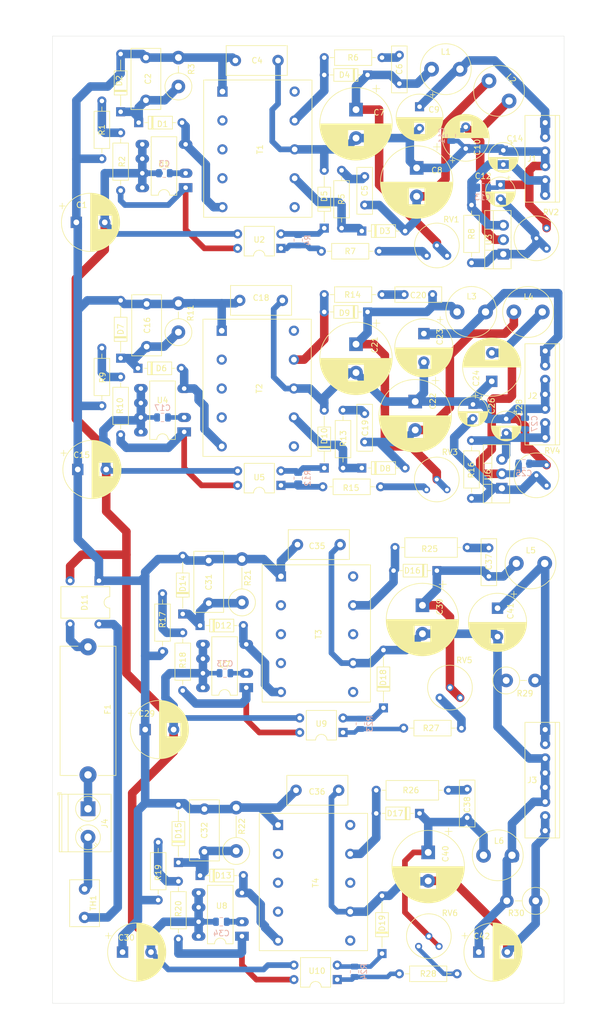
<source format=kicad_pcb>
(kicad_pcb (version 20171130) (host pcbnew "(5.1.10-1-10_14)")
  (layers (0 F.Cu signal) (31 B.Cu signal) (34 B.Paste user) (35 F.Paste user) (36 B.SilkS user) (37 F.SilkS user) (38 B.Mask user) (39 F.Mask user) (44 Edge.Cuts user))
  (net 0 "")
  (net 1 "Net-(C1-Pad2)")
  (net 2 "Net-(C1-Pad1)")
  (net 3 "Net-(C2-Pad2)")
  (net 4 "Net-(C3-Pad1)")
  (net 5 GND1)
  (net 6 "Net-(C5-Pad2)")
  (net 7 "Net-(C5-Pad1)")
  (net 8 "Net-(C6-Pad2)")
  (net 9 "Net-(C6-Pad1)")
  (net 10 +15V)
  (net 11 "Net-(C10-Pad2)")
  (net 12 "Net-(C12-Pad2)")
  (net 13 -15V)
  (net 14 "Net-(C16-Pad2)")
  (net 15 "Net-(C17-Pad1)")
  (net 16 GND2)
  (net 17 "Net-(C19-Pad2)")
  (net 18 "Net-(C19-Pad1)")
  (net 19 "Net-(C20-Pad2)")
  (net 20 "Net-(C20-Pad1)")
  (net 21 +45V)
  (net 22 "Net-(C24-Pad2)")
  (net 23 "Net-(C26-Pad2)")
  (net 24 -45V)
  (net 25 "Net-(C31-Pad2)")
  (net 26 "Net-(C32-Pad2)")
  (net 27 "Net-(C33-Pad1)")
  (net 28 "Net-(C34-Pad1)")
  (net 29 GND3)
  (net 30 -210V)
  (net 31 "Net-(C37-Pad2)")
  (net 32 "Net-(C37-Pad1)")
  (net 33 "Net-(C38-Pad2)")
  (net 34 "Net-(C38-Pad1)")
  (net 35 +210V)
  (net 36 "Net-(D1-Pad2)")
  (net 37 "Net-(D3-Pad1)")
  (net 38 "Net-(D4-Pad2)")
  (net 39 "Net-(D5-Pad1)")
  (net 40 "Net-(D6-Pad2)")
  (net 41 "Net-(D8-Pad1)")
  (net 42 "Net-(D9-Pad2)")
  (net 43 "Net-(D10-Pad1)")
  (net 44 "Net-(D11-Pad3)")
  (net 45 "Net-(D11-Pad4)")
  (net 46 "Net-(D12-Pad2)")
  (net 47 "Net-(D13-Pad2)")
  (net 48 "Net-(D16-Pad2)")
  (net 49 "Net-(D17-Pad2)")
  (net 50 "Net-(D18-Pad1)")
  (net 51 "Net-(D19-Pad1)")
  (net 52 220L)
  (net 53 220N)
  (net 54 "Net-(R1-Pad1)")
  (net 55 "Net-(R2-Pad1)")
  (net 56 "Net-(R4-Pad1)")
  (net 57 "Net-(R7-Pad1)")
  (net 58 "Net-(R10-Pad2)")
  (net 59 "Net-(R10-Pad1)")
  (net 60 "Net-(R12-Pad1)")
  (net 61 "Net-(R15-Pad1)")
  (net 62 "Net-(R17-Pad1)")
  (net 63 "Net-(R18-Pad1)")
  (net 64 "Net-(R19-Pad1)")
  (net 65 "Net-(R20-Pad1)")
  (net 66 "Net-(R23-Pad1)")
  (net 67 "Net-(R24-Pad1)")
  (net 68 "Net-(R27-Pad1)")
  (net 69 "Net-(R28-Pad1)")
  (module Resistor_THT:R_Axial_DIN0414_L11.9mm_D4.5mm_P5.08mm_Vertical (layer F.Cu) (at 152 172 180)
    (fp_text reference R30 (at 3.41 -2.148) (layer F.SilkS))
    (fp_text value "THT 1W 100k 5%")
    (pad 2 thru_hole oval (at 5.08 0 180) (size 2.4 2.4) (drill 1.2) (layers *.Cu *.Mask) (net 29 GND3))
    (pad 1 thru_hole circle (at 0 0 180) (size 2.4 2.4) (drill 1.2) (layers *.Cu *.Mask) (net 30 -210V))
  )
  (module Capacitor_THT:CP_Radial_D10.0mm_P5.00mm (layer F.Cu) (at 142 181)
    (fp_text reference C42 (at 0.494 -2.788) (layer F.SilkS))
    (fp_text value "THT 250V 10uF")
    (pad 2 thru_hole circle (at 5 0) (size 2 2) (drill 1) (layers *.Cu *.Mask) (net 30 -210V))
    (pad 1 thru_hole rect (at 0 0) (size 2 2) (drill 1) (layers *.Cu *.Mask) (net 29 GND3))
  )
  (module Capacitor_THT:C_Disc_D8.0mm_W2.5mm_P5.00mm (layer F.Cu) (at 139.954 157.384 90)
    (fp_text reference C38 (at 2.286 0 90) (layer F.SilkS))
    (fp_text value "THT ECC-D3A150JGE 15pF 1kV")
    (pad 2 thru_hole circle (at 5 0 90) (size 1.6 1.6) (drill 0.8) (layers *.Cu *.Mask) (net 33 "Net-(C38-Pad2)"))
    (pad 1 thru_hole circle (at 0 0 90) (size 1.6 1.6) (drill 0.8) (layers *.Cu *.Mask) (net 34 "Net-(C38-Pad1)"))
  )
  (module Capacitor_THT:C_Disc_D10.5mm_W5.0mm_P7.50mm (layer F.Cu) (at 117.348 152.558 180)
    (fp_text reference C36 (at 3.81 -0.254) (layer F.SilkS))
    (fp_text value "THT CD12-E2GA222MYNS 2.2nF 250V")
    (pad 2 thru_hole circle (at 7.5 0 180) (size 2 2) (drill 1) (layers *.Cu *.Mask) (net 2 "Net-(C1-Pad1)"))
    (pad 1 thru_hole circle (at 0 0 180) (size 2 2) (drill 1) (layers *.Cu *.Mask) (net 30 -210V))
  )
  (module "Transformer_THT:Transformer E25.13.7 (EF25)" (layer F.Cu) (at 106.68 158.654)
    (fp_text reference T4 (at 6.604 10.16 90) (layer F.SilkS))
    (fp_text value "EF25 E25/13/7 w1-5: 84;  w7-9: 128")
    (pad 10 thru_hole circle (at 12.7 0) (size 1.8 1.8) (drill 1) (layers *.Cu *.Mask))
    (pad 9 thru_hole circle (at 12.7 5.08) (size 1.8 1.8) (drill 1) (layers *.Cu *.Mask) (net 49 "Net-(D17-Pad2)"))
    (pad 8 thru_hole circle (at 12.7 10.16) (size 1.8 1.8) (drill 1) (layers *.Cu *.Mask))
    (pad 7 thru_hole circle (at 12.7 15.24) (size 1.8 1.8) (drill 1) (layers *.Cu *.Mask) (net 30 -210V))
    (pad 6 thru_hole circle (at 12.7 20.32) (size 1.8 1.8) (drill 1) (layers *.Cu *.Mask))
    (pad 5 thru_hole circle (at 0 20.32) (size 1.8 1.8) (drill 1) (layers *.Cu *.Mask) (net 47 "Net-(D13-Pad2)"))
    (pad 4 thru_hole circle (at 0 15.24) (size 1.8 1.8) (drill 1) (layers *.Cu *.Mask))
    (pad 3 thru_hole circle (at 0 10.16) (size 1.8 1.8) (drill 1) (layers *.Cu *.Mask))
    (pad 2 thru_hole circle (at 0 5.08) (size 1.8 1.8) (drill 1) (layers *.Cu *.Mask))
    (pad 1 thru_hole rect (at 0 0) (size 1.8 1.8) (drill 1) (layers *.Cu *.Mask) (net 2 "Net-(C1-Pad1)"))
  )
  (module Resistor_THT:R_Axial_DIN0414_L11.9mm_D4.5mm_P7.62mm_Vertical (layer F.Cu) (at 99.314 163.226 90)
    (fp_text reference R22 (at 4.318 1.016 90) (layer F.SilkS))
    (fp_text value "THT 2W 36k 5%")
    (pad 2 thru_hole oval (at 7.62 0 90) (size 2.4 2.4) (drill 1.2) (layers *.Cu *.Mask) (net 2 "Net-(C1-Pad1)"))
    (pad 1 thru_hole circle (at 0 0 90) (size 2.4 2.4) (drill 1.2) (layers *.Cu *.Mask) (net 26 "Net-(C32-Pad2)"))
  )
  (module Resistor_THT:R_Axial_DIN0309_L9.0mm_D3.2mm_P12.70mm_Horizontal (layer F.Cu) (at 136.652 152.558 180)
    (fp_text reference R26 (at 6.604 0) (layer F.SilkS))
    (fp_text value "THT 0.5W 680 Ohm 5%")
    (pad 2 thru_hole oval (at 12.7 0 180) (size 1.6 1.6) (drill 0.8) (layers *.Cu *.Mask) (net 49 "Net-(D17-Pad2)"))
    (pad 1 thru_hole circle (at 0 0 180) (size 1.6 1.6) (drill 0.8) (layers *.Cu *.Mask) (net 33 "Net-(C38-Pad2)"))
  )
  (module Resistor_THT:R_Axial_DIN0309_L9.0mm_D3.2mm_P12.70mm_Horizontal (layer F.Cu) (at 139.954 109.886 180)
    (fp_text reference R25 (at 6.604 -0.254) (layer F.SilkS))
    (fp_text value "THT 0.5W 680 Ohm 5%")
    (pad 2 thru_hole oval (at 12.7 0 180) (size 1.6 1.6) (drill 0.8) (layers *.Cu *.Mask) (net 48 "Net-(D16-Pad2)"))
    (pad 1 thru_hole circle (at 0 0 180) (size 1.6 1.6) (drill 0.8) (layers *.Cu *.Mask) (net 31 "Net-(C37-Pad2)"))
  )
  (module Diode_THT:Diode_Bridge_DIP-4_W7.62mm_P5.08mm (layer F.Cu) (at 75.184 115.728 270)
    (fp_text reference D11 (at 3.81 2.54 90) (layer F.SilkS))
    (fp_text value DB107)
    (pad 1 thru_hole rect (at 0 0 270) (size 1.6 1.6) (drill 0.8) (layers *.Cu *.Mask) (net 2 "Net-(C1-Pad1)"))
    (pad 3 thru_hole oval (at 7.62 5.08 270) (size 1.6 1.6) (drill 0.8) (layers *.Cu *.Mask) (net 44 "Net-(D11-Pad3)"))
    (pad 2 thru_hole oval (at 0 5.08 270) (size 1.6 1.6) (drill 0.8) (layers *.Cu *.Mask) (net 1 "Net-(C1-Pad2)"))
    (pad 4 thru_hole oval (at 7.62 0 270) (size 1.6 1.6) (drill 0.8) (layers *.Cu *.Mask) (net 45 "Net-(D11-Pad4)"))
  )
  (module Fuse:Fuseholder_Cylinder-5x20mm_Schurter_0031_8201_Horizontal_Open (layer F.Cu) (at 73.254 149.848 90)
    (fp_text reference F1 (at 11.514 3.454 90) (layer F.SilkS))
    (fp_text value 1A)
    (pad "" np_thru_hole circle (at 11.25 0 90) (size 2.7 2.7) (drill 2.7) (layers *.Cu *.Mask))
    (pad 2 thru_hole circle (at 22.5 0 90) (size 3 3) (drill 1.3) (layers *.Cu *.Mask) (net 44 "Net-(D11-Pad3)"))
    (pad 1 thru_hole circle (at 0 0 90) (size 3 3) (drill 1.3) (layers *.Cu *.Mask) (net 52 220L))
  )
  (module TerminalBlock_Phoenix:TerminalBlock_Phoenix_PT-1,5-2-5.0-H_1x02_P5.00mm_Horizontal (layer F.Cu) (at 73.254 155.813 270)
    (fp_text reference J4 (at 2.587 -2.946 90) (layer F.SilkS))
    (fp_text value "MPW-2 (DS1074-2 M)")
    (pad 2 thru_hole circle (at 5 0 270) (size 2.6 2.6) (drill 1.3) (layers *.Cu *.Mask) (net 53 220N))
    (pad 1 thru_hole rect (at 0 0 270) (size 2.6 2.6) (drill 1.3) (layers *.Cu *.Mask) (net 52 220L))
  )
  (module Capacitor_THT:C_Disc_D8.0mm_W5.0mm_P5.00mm (layer F.Cu) (at 72.644 174.91 90)
    (fp_text reference TH1 (at 2.54 1.524 90) (layer F.SilkS))
    (fp_text value "Thermistor JNR08S220L")
    (pad 2 thru_hole circle (at 5 0 90) (size 2 2) (drill 1) (layers *.Cu *.Mask) (net 53 220N))
    (pad 1 thru_hole circle (at 0 0 90) (size 2 2) (drill 1) (layers *.Cu *.Mask) (net 45 "Net-(D11-Pad4)"))
  )
  (module Capacitor_THT:CP_Radial_D10.0mm_P5.00mm (layer F.Cu) (at 71.2 52.736)
    (fp_text reference C1 (at 0.936 -3.048) (layer F.SilkS))
    (fp_text value "THT 10uF 400v")
    (pad 2 thru_hole circle (at 5 0) (size 2 2) (drill 1) (layers *.Cu *.Mask) (net 1 "Net-(C1-Pad2)"))
    (pad 1 thru_hole rect (at 0 0) (size 2 2) (drill 1) (layers *.Cu *.Mask) (net 2 "Net-(C1-Pad1)"))
  )
  (module Package_DIP:DIP-4_W7.62mm (layer F.Cu) (at 107.188 57.308 180)
    (fp_text reference U2 (at 3.81 1.524) (layer F.SilkS))
    (fp_text value LTV-817)
    (pad 4 thru_hole oval (at 7.62 0 180) (size 1.6 1.6) (drill 0.8) (layers *.Cu *.Mask) (net 55 "Net-(R2-Pad1)"))
    (pad 2 thru_hole oval (at 0 2.54 180) (size 1.6 1.6) (drill 0.8) (layers *.Cu *.Mask) (net 39 "Net-(D5-Pad1)"))
    (pad 3 thru_hole oval (at 7.62 2.54 180) (size 1.6 1.6) (drill 0.8) (layers *.Cu *.Mask) (net 1 "Net-(C1-Pad2)"))
    (pad 1 thru_hole rect (at 0 0 180) (size 1.6 1.6) (drill 0.8) (layers *.Cu *.Mask) (net 56 "Net-(R4-Pad1)"))
  )
  (module Package_DIP:DIP-4_W7.62mm (layer F.Cu) (at 107.188 98.964 180)
    (fp_text reference U5 (at 3.80746 1.397) (layer F.SilkS))
    (fp_text value LTV-817)
    (pad 4 thru_hole oval (at 7.62 0 180) (size 1.6 1.6) (drill 0.8) (layers *.Cu *.Mask) (net 59 "Net-(R10-Pad1)"))
    (pad 2 thru_hole oval (at 0 2.54 180) (size 1.6 1.6) (drill 0.8) (layers *.Cu *.Mask) (net 43 "Net-(D10-Pad1)"))
    (pad 3 thru_hole oval (at 7.62 2.54 180) (size 1.6 1.6) (drill 0.8) (layers *.Cu *.Mask) (net 1 "Net-(C1-Pad2)"))
    (pad 1 thru_hole rect (at 0 0 180) (size 1.6 1.6) (drill 0.8) (layers *.Cu *.Mask) (net 60 "Net-(R12-Pad1)"))
  )
  (module Inductor_THT:L_Radial_D8.7mm_P5.00mm_Fastron_07HCP (layer F.Cu) (at 143.784466 27.864466 315)
    (fp_text reference L2 (at 2.499999 -3.048 135) (layer F.SilkS))
    (fp_text value "THT RL822-3R3K-RC 3,3uH 2,6A")
    (pad 2 thru_hole circle (at 5 0 315) (size 2.6 2.6) (drill 1.3) (layers *.Cu *.Mask) (net 11 "Net-(C10-Pad2)"))
    (pad 1 thru_hole circle (at 0 0 315) (size 2.6 2.6) (drill 1.3) (layers *.Cu *.Mask) (net 7 "Net-(C5-Pad1)"))
  )
  (module Capacitor_THT:CP_Radial_D5.0mm_P2.50mm (layer F.Cu) (at 146.304 40.076 270)
    (fp_text reference C14 (at -2.072 -2.032 180) (layer F.SilkS))
    (fp_text value "THT 10uF 50V")
    (pad 2 thru_hole circle (at 2.5 0 270) (size 1.6 1.6) (drill 0.8) (layers *.Cu *.Mask) (net 13 -15V))
    (pad 1 thru_hole rect (at 0 0 270) (size 1.6 1.6) (drill 0.8) (layers *.Cu *.Mask) (net 5 GND1))
  )
  (module Potentiometer_THT:Potentiometer_Bourns_3339H_Vertical (layer F.Cu) (at 136.416051 58.596051 90)
    (fp_text reference RV1 (at 6.368051 0.743949 180) (layer F.SilkS))
    (fp_text value "3329H-1-332LF (3.3k)")
    (pad 1 thru_hole circle (at 0 0 90) (size 1.26 1.26) (drill 0.7) (layers *.Cu *.Mask) (net 9 "Net-(C6-Pad1)"))
    (pad 2 thru_hole circle (at 1.796051 -1.796051 90) (size 1.26 1.26) (drill 0.7) (layers *.Cu *.Mask) (net 9 "Net-(C6-Pad1)"))
    (pad 3 thru_hole circle (at 0 -3.592102 90) (size 1.26 1.26) (drill 0.7) (layers *.Cu *.Mask) (net 57 "Net-(R7-Pad1)"))
  )
  (module Capacitor_THT:C_Disc_D8.0mm_W2.5mm_P5.00mm (layer F.Cu) (at 128.016 28.352 90)
    (fp_text reference C6 (at 2.54 0 90) (layer F.SilkS))
    (fp_text value "THT B37979N1820J054 82pF 100v")
    (pad 2 thru_hole circle (at 5 0 90) (size 1.6 1.6) (drill 0.8) (layers *.Cu *.Mask) (net 8 "Net-(C6-Pad2)"))
    (pad 1 thru_hole circle (at 0 0 90) (size 1.6 1.6) (drill 0.8) (layers *.Cu *.Mask) (net 9 "Net-(C6-Pad1)"))
  )
  (module Inductor_THT:L_Radial_D8.7mm_P5.00mm_Fastron_07HCP (layer F.Cu) (at 133.684 25.812)
    (fp_text reference L1 (at 2.5 -3.048) (layer F.SilkS))
    (fp_text value "THT RL822-3R3K-RC 3,3uH 2,6A")
    (pad 2 thru_hole circle (at 5 0) (size 2.6 2.6) (drill 1.3) (layers *.Cu *.Mask) (net 10 +15V))
    (pad 1 thru_hole circle (at 0 0) (size 2.6 2.6) (drill 1.3) (layers *.Cu *.Mask) (net 9 "Net-(C6-Pad1)"))
  )
  (module Package_DIP:DIP-4_W7.62mm (layer F.Cu) (at 117.094 185.832 180)
    (fp_text reference U10 (at 3.556 1.524) (layer F.SilkS))
    (fp_text value LTV-817)
    (pad 4 thru_hole oval (at 7.62 0 180) (size 1.6 1.6) (drill 0.8) (layers *.Cu *.Mask) (net 65 "Net-(R20-Pad1)"))
    (pad 2 thru_hole oval (at 0 2.54 180) (size 1.6 1.6) (drill 0.8) (layers *.Cu *.Mask) (net 51 "Net-(D19-Pad1)"))
    (pad 3 thru_hole oval (at 7.62 2.54 180) (size 1.6 1.6) (drill 0.8) (layers *.Cu *.Mask) (net 1 "Net-(C1-Pad2)"))
    (pad 1 thru_hole rect (at 0 0 180) (size 1.6 1.6) (drill 0.8) (layers *.Cu *.Mask) (net 67 "Net-(R24-Pad1)"))
  )
  (module Package_DIP:DIP-4_W7.62mm (layer F.Cu) (at 118.11 142.398 180)
    (fp_text reference U9 (at 3.81 1.524) (layer F.SilkS))
    (fp_text value LTV-817)
    (pad 4 thru_hole oval (at 7.62 0 180) (size 1.6 1.6) (drill 0.8) (layers *.Cu *.Mask) (net 63 "Net-(R18-Pad1)"))
    (pad 2 thru_hole oval (at 0 2.54 180) (size 1.6 1.6) (drill 0.8) (layers *.Cu *.Mask) (net 50 "Net-(D18-Pad1)"))
    (pad 3 thru_hole oval (at 7.62 2.54 180) (size 1.6 1.6) (drill 0.8) (layers *.Cu *.Mask) (net 1 "Net-(C1-Pad2)"))
    (pad 1 thru_hole rect (at 0 0 180) (size 1.6 1.6) (drill 0.8) (layers *.Cu *.Mask) (net 66 "Net-(R23-Pad1)"))
  )
  (module Package_DIP:PowerIntegrations_PDIP-8C (layer F.Cu) (at 100.33 178.212 180)
    (fp_text reference U8 (at 3.556 5.334) (layer F.SilkS))
    (fp_text value TNY279P)
    (pad 8 thru_hole oval (at 7.62 0 180) (size 2.4 1.6) (drill 0.8) (layers *.Cu *.Mask) (net 1 "Net-(C1-Pad2)"))
    (pad 4 thru_hole oval (at 0 7.62 180) (size 2.4 1.6) (drill 0.8) (layers *.Cu *.Mask) (net 47 "Net-(D13-Pad2)"))
    (pad 7 thru_hole oval (at 7.62 2.54 180) (size 2.4 1.6) (drill 0.8) (layers *.Cu *.Mask) (net 1 "Net-(C1-Pad2)"))
    (pad 6 thru_hole oval (at 7.62 5.08 180) (size 2.4 1.6) (drill 0.8) (layers *.Cu *.Mask) (net 1 "Net-(C1-Pad2)"))
    (pad 2 thru_hole oval (at 0 2.54 180) (size 2.4 1.6) (drill 0.8) (layers *.Cu *.Mask) (net 28 "Net-(C34-Pad1)"))
    (pad 5 thru_hole oval (at 7.62 7.62 180) (size 2.4 1.6) (drill 0.8) (layers *.Cu *.Mask) (net 1 "Net-(C1-Pad2)"))
    (pad 1 thru_hole rect (at 0 0 180) (size 2.4 1.6) (drill 0.8) (layers *.Cu *.Mask) (net 65 "Net-(R20-Pad1)"))
  )
  (module Package_DIP:PowerIntegrations_PDIP-8C (layer F.Cu) (at 101.092 134.524 180)
    (fp_text reference U7 (at 3.81 4.064) (layer F.SilkS))
    (fp_text value TNY279P)
    (pad 8 thru_hole oval (at 7.62 0 180) (size 2.4 1.6) (drill 0.8) (layers *.Cu *.Mask) (net 1 "Net-(C1-Pad2)"))
    (pad 4 thru_hole oval (at 0 7.62 180) (size 2.4 1.6) (drill 0.8) (layers *.Cu *.Mask) (net 46 "Net-(D12-Pad2)"))
    (pad 7 thru_hole oval (at 7.62 2.54 180) (size 2.4 1.6) (drill 0.8) (layers *.Cu *.Mask) (net 1 "Net-(C1-Pad2)"))
    (pad 6 thru_hole oval (at 7.62 5.08 180) (size 2.4 1.6) (drill 0.8) (layers *.Cu *.Mask) (net 1 "Net-(C1-Pad2)"))
    (pad 2 thru_hole oval (at 0 2.54 180) (size 2.4 1.6) (drill 0.8) (layers *.Cu *.Mask) (net 27 "Net-(C33-Pad1)"))
    (pad 5 thru_hole oval (at 7.62 7.62 180) (size 2.4 1.6) (drill 0.8) (layers *.Cu *.Mask) (net 1 "Net-(C1-Pad2)"))
    (pad 1 thru_hole rect (at 0 0 180) (size 2.4 1.6) (drill 0.8) (layers *.Cu *.Mask) (net 63 "Net-(R18-Pad1)"))
  )
  (module Package_TO_SOT_THT:TO-220-3_Vertical (layer F.Cu) (at 146.05 99.472 90)
    (fp_text reference U6 (at 2.39522 -2.48158 90) (layer F.SilkS))
    (fp_text value LM337_TO220)
    (pad 3 thru_hole oval (at 5.08 0 90) (size 1.905 2) (drill 1.1) (layers *.Cu *.Mask) (net 24 -45V))
    (pad 2 thru_hole oval (at 2.54 0 90) (size 1.905 2) (drill 1.1) (layers *.Cu *.Mask) (net 22 "Net-(C24-Pad2)"))
    (pad 1 thru_hole rect (at 0 0 90) (size 1.905 2) (drill 1.1) (layers *.Cu *.Mask) (net 23 "Net-(C26-Pad2)"))
  )
  (module Package_DIP:PowerIntegrations_PDIP-8C (layer F.Cu) (at 90.17 89.566 180)
    (fp_text reference U4 (at 3.81 5.56006) (layer F.SilkS))
    (fp_text value TNY279P)
    (pad 8 thru_hole oval (at 7.62 0 180) (size 2.4 1.6) (drill 0.8) (layers *.Cu *.Mask) (net 1 "Net-(C1-Pad2)"))
    (pad 4 thru_hole oval (at 0 7.62 180) (size 2.4 1.6) (drill 0.8) (layers *.Cu *.Mask) (net 40 "Net-(D6-Pad2)"))
    (pad 7 thru_hole oval (at 7.62 2.54 180) (size 2.4 1.6) (drill 0.8) (layers *.Cu *.Mask) (net 1 "Net-(C1-Pad2)"))
    (pad 6 thru_hole oval (at 7.62 5.08 180) (size 2.4 1.6) (drill 0.8) (layers *.Cu *.Mask) (net 1 "Net-(C1-Pad2)"))
    (pad 2 thru_hole oval (at 0 2.54 180) (size 2.4 1.6) (drill 0.8) (layers *.Cu *.Mask) (net 15 "Net-(C17-Pad1)"))
    (pad 5 thru_hole oval (at 7.62 7.62 180) (size 2.4 1.6) (drill 0.8) (layers *.Cu *.Mask) (net 1 "Net-(C1-Pad2)"))
    (pad 1 thru_hole rect (at 0 0 180) (size 2.4 1.6) (drill 0.8) (layers *.Cu *.Mask) (net 59 "Net-(R10-Pad1)"))
  )
  (module Package_TO_SOT_THT:TO-220-3_Vertical (layer F.Cu) (at 146.304 58.324 90)
    (fp_text reference U3 (at 2.54 -2.54 90) (layer F.SilkS))
    (fp_text value LM337_TO220)
    (pad 3 thru_hole oval (at 5.08 0 90) (size 1.905 2) (drill 1.1) (layers *.Cu *.Mask) (net 13 -15V))
    (pad 2 thru_hole oval (at 2.54 0 90) (size 1.905 2) (drill 1.1) (layers *.Cu *.Mask) (net 11 "Net-(C10-Pad2)"))
    (pad 1 thru_hole rect (at 0 0 90) (size 1.905 2) (drill 1.1) (layers *.Cu *.Mask) (net 12 "Net-(C12-Pad2)"))
  )
  (module Package_DIP:PowerIntegrations_PDIP-8C (layer F.Cu) (at 90.424 46.64 180)
    (fp_text reference U1 (at 3.81 4.064) (layer F.SilkS))
    (fp_text value TNY279P)
    (pad 8 thru_hole oval (at 7.62 0 180) (size 2.4 1.6) (drill 0.8) (layers *.Cu *.Mask) (net 1 "Net-(C1-Pad2)"))
    (pad 4 thru_hole oval (at 0 7.62 180) (size 2.4 1.6) (drill 0.8) (layers *.Cu *.Mask) (net 36 "Net-(D1-Pad2)"))
    (pad 7 thru_hole oval (at 7.62 2.54 180) (size 2.4 1.6) (drill 0.8) (layers *.Cu *.Mask) (net 1 "Net-(C1-Pad2)"))
    (pad 6 thru_hole oval (at 7.62 5.08 180) (size 2.4 1.6) (drill 0.8) (layers *.Cu *.Mask) (net 1 "Net-(C1-Pad2)"))
    (pad 2 thru_hole oval (at 0 2.54 180) (size 2.4 1.6) (drill 0.8) (layers *.Cu *.Mask) (net 4 "Net-(C3-Pad1)"))
    (pad 5 thru_hole oval (at 7.62 7.62 180) (size 2.4 1.6) (drill 0.8) (layers *.Cu *.Mask) (net 1 "Net-(C1-Pad2)"))
    (pad 1 thru_hole rect (at 0 0 180) (size 2.4 1.6) (drill 0.8) (layers *.Cu *.Mask) (net 55 "Net-(R2-Pad1)"))
  )
  (module "Transformer_THT:Transformer E25.13.7 (EF25)" (layer F.Cu) (at 107.188 114.966)
    (fp_text reference T3 (at 6.604 10.16 90) (layer F.SilkS))
    (fp_text value "EF25 E25/13/7 w1-5: 84;  w7-9: 128")
    (pad 10 thru_hole circle (at 12.7 0) (size 1.8 1.8) (drill 1) (layers *.Cu *.Mask))
    (pad 9 thru_hole circle (at 12.7 5.08) (size 1.8 1.8) (drill 1) (layers *.Cu *.Mask) (net 48 "Net-(D16-Pad2)"))
    (pad 8 thru_hole circle (at 12.7 10.16) (size 1.8 1.8) (drill 1) (layers *.Cu *.Mask))
    (pad 7 thru_hole circle (at 12.7 15.24) (size 1.8 1.8) (drill 1) (layers *.Cu *.Mask) (net 29 GND3))
    (pad 6 thru_hole circle (at 12.7 20.32) (size 1.8 1.8) (drill 1) (layers *.Cu *.Mask))
    (pad 5 thru_hole circle (at 0 20.32) (size 1.8 1.8) (drill 1) (layers *.Cu *.Mask) (net 46 "Net-(D12-Pad2)"))
    (pad 4 thru_hole circle (at 0 15.24) (size 1.8 1.8) (drill 1) (layers *.Cu *.Mask))
    (pad 3 thru_hole circle (at 0 10.16) (size 1.8 1.8) (drill 1) (layers *.Cu *.Mask))
    (pad 2 thru_hole circle (at 0 5.08) (size 1.8 1.8) (drill 1) (layers *.Cu *.Mask))
    (pad 1 thru_hole rect (at 0 0) (size 1.8 1.8) (drill 1) (layers *.Cu *.Mask) (net 2 "Net-(C1-Pad1)"))
  )
  (module "Transformer_THT:Transformer E25.13.7 (EF25)" (layer F.Cu) (at 96.774 71.786)
    (fp_text reference T2 (at 6.604 10.16 90) (layer F.SilkS))
    (fp_text value "EF25 E25/13/7 w1-5: 84;  w7-8: 34; w8-9: 29")
    (pad 10 thru_hole circle (at 12.7 0) (size 1.8 1.8) (drill 1) (layers *.Cu *.Mask))
    (pad 9 thru_hole circle (at 12.7 5.08) (size 1.8 1.8) (drill 1) (layers *.Cu *.Mask) (net 42 "Net-(D9-Pad2)"))
    (pad 8 thru_hole circle (at 12.7 10.16) (size 1.8 1.8) (drill 1) (layers *.Cu *.Mask) (net 16 GND2))
    (pad 7 thru_hole circle (at 12.7 15.24) (size 1.8 1.8) (drill 1) (layers *.Cu *.Mask) (net 41 "Net-(D8-Pad1)"))
    (pad 6 thru_hole circle (at 12.7 20.32) (size 1.8 1.8) (drill 1) (layers *.Cu *.Mask))
    (pad 5 thru_hole circle (at 0 20.32) (size 1.8 1.8) (drill 1) (layers *.Cu *.Mask) (net 40 "Net-(D6-Pad2)"))
    (pad 4 thru_hole circle (at 0 15.24) (size 1.8 1.8) (drill 1) (layers *.Cu *.Mask))
    (pad 3 thru_hole circle (at 0 10.16) (size 1.8 1.8) (drill 1) (layers *.Cu *.Mask))
    (pad 2 thru_hole circle (at 0 5.08) (size 1.8 1.8) (drill 1) (layers *.Cu *.Mask))
    (pad 1 thru_hole rect (at 0 0) (size 1.8 1.8) (drill 1) (layers *.Cu *.Mask) (net 2 "Net-(C1-Pad1)"))
  )
  (module "Transformer_THT:Transformer E25.13.7 (EF25)" (layer F.Cu) (at 96.901 29.749)
    (fp_text reference T1 (at 6.604 10.16 90) (layer F.SilkS))
    (fp_text value "EF25 E25/13/7 w1-5: 84;  w7-8: 15; w8-9: 11")
    (pad 10 thru_hole circle (at 12.7 0) (size 1.8 1.8) (drill 1) (layers *.Cu *.Mask))
    (pad 9 thru_hole circle (at 12.7 5.08) (size 1.8 1.8) (drill 1) (layers *.Cu *.Mask) (net 38 "Net-(D4-Pad2)"))
    (pad 8 thru_hole circle (at 12.7 10.16) (size 1.8 1.8) (drill 1) (layers *.Cu *.Mask) (net 5 GND1))
    (pad 7 thru_hole circle (at 12.7 15.24) (size 1.8 1.8) (drill 1) (layers *.Cu *.Mask) (net 37 "Net-(D3-Pad1)"))
    (pad 6 thru_hole circle (at 12.7 20.32) (size 1.8 1.8) (drill 1) (layers *.Cu *.Mask))
    (pad 5 thru_hole circle (at 0 20.32) (size 1.8 1.8) (drill 1) (layers *.Cu *.Mask) (net 36 "Net-(D1-Pad2)"))
    (pad 4 thru_hole circle (at 0 15.24) (size 1.8 1.8) (drill 1) (layers *.Cu *.Mask))
    (pad 3 thru_hole circle (at 0 10.16) (size 1.8 1.8) (drill 1) (layers *.Cu *.Mask))
    (pad 2 thru_hole circle (at 0 5.08) (size 1.8 1.8) (drill 1) (layers *.Cu *.Mask))
    (pad 1 thru_hole rect (at 0 0) (size 1.8 1.8) (drill 1) (layers *.Cu *.Mask) (net 2 "Net-(C1-Pad1)"))
  )
  (module Potentiometer_THT:Potentiometer_Bourns_3339H_Vertical (layer F.Cu) (at 135 180 90)
    (fp_text reference RV6 (at 5.852 1.906 180) (layer F.SilkS))
    (fp_text value "3329H-1-473LF (47k)")
    (pad 1 thru_hole circle (at 0 0 90) (size 1.26 1.26) (drill 0.7) (layers *.Cu *.Mask) (net 34 "Net-(C38-Pad1)"))
    (pad 2 thru_hole circle (at 1.796051 -1.796051 90) (size 1.26 1.26) (drill 0.7) (layers *.Cu *.Mask) (net 34 "Net-(C38-Pad1)"))
    (pad 3 thru_hole circle (at 0 -3.592102 90) (size 1.26 1.26) (drill 0.7) (layers *.Cu *.Mask) (net 69 "Net-(R28-Pad1)"))
  )
  (module Potentiometer_THT:Potentiometer_Bourns_3339H_Vertical (layer F.Cu) (at 138.720102 136.302 90)
    (fp_text reference RV5 (at 6.604 0.725898 180) (layer F.SilkS))
    (fp_text value "3329H-1-473LF (47k)")
    (pad 1 thru_hole circle (at 0 0 90) (size 1.26 1.26) (drill 0.7) (layers *.Cu *.Mask) (net 32 "Net-(C37-Pad1)"))
    (pad 2 thru_hole circle (at 1.796051 -1.796051 90) (size 1.26 1.26) (drill 0.7) (layers *.Cu *.Mask) (net 32 "Net-(C37-Pad1)"))
    (pad 3 thru_hole circle (at 0 -3.592102 90) (size 1.26 1.26) (drill 0.7) (layers *.Cu *.Mask) (net 68 "Net-(R27-Pad1)"))
  )
  (module Potentiometer_THT:Potentiometer_Bourns_3339H_Vertical (layer F.Cu) (at 153.924 95.408 180)
    (fp_text reference RV4 (at -1.016 2.54) (layer F.SilkS))
    (fp_text value "3329H-1-332LF (3.3k)")
    (pad 1 thru_hole circle (at 0 0 180) (size 1.26 1.26) (drill 0.7) (layers *.Cu *.Mask) (net 16 GND2))
    (pad 2 thru_hole circle (at 1.796051 -1.796051 180) (size 1.26 1.26) (drill 0.7) (layers *.Cu *.Mask) (net 23 "Net-(C26-Pad2)"))
    (pad 3 thru_hole circle (at 0 -3.592102 180) (size 1.26 1.26) (drill 0.7) (layers *.Cu *.Mask) (net 23 "Net-(C26-Pad2)"))
  )
  (module Potentiometer_THT:Potentiometer_Bourns_3339H_Vertical (layer F.Cu) (at 136.398 99.726 90)
    (fp_text reference RV3 (at 6.604 0.508) (layer F.SilkS))
    (fp_text value "3329H-1-103LF (10k)")
    (pad 1 thru_hole circle (at 0 0 90) (size 1.26 1.26) (drill 0.7) (layers *.Cu *.Mask) (net 20 "Net-(C20-Pad1)"))
    (pad 2 thru_hole circle (at 1.796051 -1.796051 90) (size 1.26 1.26) (drill 0.7) (layers *.Cu *.Mask) (net 20 "Net-(C20-Pad1)"))
    (pad 3 thru_hole circle (at 0 -3.592102 90) (size 1.26 1.26) (drill 0.7) (layers *.Cu *.Mask) (net 61 "Net-(R15-Pad1)"))
  )
  (module Potentiometer_THT:Potentiometer_Bourns_3339H_Vertical (layer F.Cu) (at 153.924 53.752 180)
    (fp_text reference RV2 (at -0.762 2.794) (layer F.SilkS))
    (fp_text value "3329H-1-332LF (3.3k)")
    (pad 1 thru_hole circle (at 0 0 180) (size 1.26 1.26) (drill 0.7) (layers *.Cu *.Mask) (net 5 GND1))
    (pad 2 thru_hole circle (at 1.796051 -1.796051 180) (size 1.26 1.26) (drill 0.7) (layers *.Cu *.Mask) (net 12 "Net-(C12-Pad2)"))
    (pad 3 thru_hole circle (at 0 -3.592102 180) (size 1.26 1.26) (drill 0.7) (layers *.Cu *.Mask) (net 12 "Net-(C12-Pad2)"))
  )
  (module Resistor_THT:R_Axial_DIN0414_L11.9mm_D4.5mm_P5.08mm_Vertical (layer F.Cu) (at 146.812 133.254)
    (fp_text reference R29 (at 3.302 2.286) (layer F.SilkS))
    (fp_text value "THT 1W 100k 5%")
    (pad 2 thru_hole oval (at 5.08 0) (size 2.4 2.4) (drill 1.2) (layers *.Cu *.Mask) (net 35 +210V))
    (pad 1 thru_hole circle (at 0 0) (size 2.4 2.4) (drill 1.2) (layers *.Cu *.Mask) (net 29 GND3))
  )
  (module Resistor_THT:R_Axial_DIN0207_L6.3mm_D2.5mm_P10.16mm_Horizontal (layer F.Cu) (at 138.176 184.816 180)
    (fp_text reference R28 (at 5.08 0) (layer F.SilkS))
    (fp_text value "THT 0.25W 47k 1%")
    (pad 2 thru_hole oval (at 10.16 0 180) (size 1.6 1.6) (drill 0.8) (layers *.Cu *.Mask) (net 67 "Net-(R24-Pad1)"))
    (pad 1 thru_hole circle (at 0 0 180) (size 1.6 1.6) (drill 0.8) (layers *.Cu *.Mask) (net 69 "Net-(R28-Pad1)"))
  )
  (module Resistor_THT:R_Axial_DIN0207_L6.3mm_D2.5mm_P10.16mm_Horizontal (layer F.Cu) (at 138.938 141.636 180)
    (fp_text reference R27 (at 5.334 0) (layer F.SilkS))
    (fp_text value "THT 0.25W 47k 1%")
    (pad 2 thru_hole oval (at 10.16 0 180) (size 1.6 1.6) (drill 0.8) (layers *.Cu *.Mask) (net 66 "Net-(R23-Pad1)"))
    (pad 1 thru_hole circle (at 0 0 180) (size 1.6 1.6) (drill 0.8) (layers *.Cu *.Mask) (net 68 "Net-(R27-Pad1)"))
  )
  (module Resistor_SMD:R_0805_2012Metric (layer B.Cu) (at 120.142 184.4585 90)
    (fp_text reference R24 (at 0 1.65 90) (layer B.SilkS) (effects (justify mirror)))
    (fp_text value "smd 0805 1k 1%")
    (pad 2 smd roundrect (at 0.9125 0 90) (size 1.025 1.4) (layers B.Cu B.Paste B.Mask) (roundrect_rratio 0.2439014634146341) (net 51 "Net-(D19-Pad1)"))
    (pad 1 smd roundrect (at -0.9125 0 90) (size 1.025 1.4) (layers B.Cu B.Paste B.Mask) (roundrect_rratio 0.2439014634146341) (net 67 "Net-(R24-Pad1)"))
  )
  (module Resistor_SMD:R_0805_2012Metric (layer B.Cu) (at 121.158 140.874 90)
    (fp_text reference R23 (at 0 1.65 90) (layer B.SilkS) (effects (justify mirror)))
    (fp_text value "smd 0805 1k 1%")
    (pad 2 smd roundrect (at 0.9125 0 90) (size 1.025 1.4) (layers B.Cu B.Paste B.Mask) (roundrect_rratio 0.2439014634146341) (net 50 "Net-(D18-Pad1)"))
    (pad 1 smd roundrect (at -0.9125 0 90) (size 1.025 1.4) (layers B.Cu B.Paste B.Mask) (roundrect_rratio 0.2439014634146341) (net 66 "Net-(R23-Pad1)"))
  )
  (module Resistor_THT:R_Axial_DIN0414_L11.9mm_D4.5mm_P7.62mm_Vertical (layer F.Cu) (at 100.33 119.538 90)
    (fp_text reference R21 (at 4.318 1.016 90) (layer F.SilkS))
    (fp_text value "THT 2W 36k 5%")
    (pad 2 thru_hole oval (at 7.62 0 90) (size 2.4 2.4) (drill 1.2) (layers *.Cu *.Mask) (net 2 "Net-(C1-Pad1)"))
    (pad 1 thru_hole circle (at 0 0 90) (size 2.4 2.4) (drill 1.2) (layers *.Cu *.Mask) (net 25 "Net-(C31-Pad2)"))
  )
  (module Resistor_THT:R_Axial_DIN0207_L6.3mm_D2.5mm_P10.16mm_Horizontal (layer F.Cu) (at 89.154 178.72 90)
    (fp_text reference R20 (at 5.334 0 90) (layer F.SilkS))
    (fp_text value "THT 0.25W 4.7M 5%")
    (pad 2 thru_hole oval (at 10.16 0 90) (size 1.6 1.6) (drill 0.8) (layers *.Cu *.Mask) (net 64 "Net-(R19-Pad1)"))
    (pad 1 thru_hole circle (at 0 0 90) (size 1.6 1.6) (drill 0.8) (layers *.Cu *.Mask) (net 65 "Net-(R20-Pad1)"))
  )
  (module Resistor_THT:R_Axial_DIN0207_L6.3mm_D2.5mm_P10.16mm_Horizontal (layer F.Cu) (at 85.598 161.702 270)
    (fp_text reference R19 (at 5.334 0 90) (layer F.SilkS))
    (fp_text value "THT 0.25W 4.7M 5%")
    (pad 2 thru_hole oval (at 10.16 0 270) (size 1.6 1.6) (drill 0.8) (layers *.Cu *.Mask) (net 2 "Net-(C1-Pad1)"))
    (pad 1 thru_hole circle (at 0 0 270) (size 1.6 1.6) (drill 0.8) (layers *.Cu *.Mask) (net 64 "Net-(R19-Pad1)"))
  )
  (module Resistor_THT:R_Axial_DIN0207_L6.3mm_D2.5mm_P10.16mm_Horizontal (layer F.Cu) (at 89.916 135.032 90)
    (fp_text reference R18 (at 5.334 0 90) (layer F.SilkS))
    (fp_text value "THT 0.25W 4.7M 5%")
    (pad 2 thru_hole oval (at 10.16 0 90) (size 1.6 1.6) (drill 0.8) (layers *.Cu *.Mask) (net 62 "Net-(R17-Pad1)"))
    (pad 1 thru_hole circle (at 0 0 90) (size 1.6 1.6) (drill 0.8) (layers *.Cu *.Mask) (net 63 "Net-(R18-Pad1)"))
  )
  (module Resistor_THT:R_Axial_DIN0207_L6.3mm_D2.5mm_P10.16mm_Horizontal (layer F.Cu) (at 86.36 118.014 270)
    (fp_text reference R17 (at 4.572 0 90) (layer F.SilkS))
    (fp_text value "THT 0.25W 4.7M 5%")
    (pad 2 thru_hole oval (at 10.16 0 270) (size 1.6 1.6) (drill 0.8) (layers *.Cu *.Mask) (net 2 "Net-(C1-Pad1)"))
    (pad 1 thru_hole circle (at 0 0 270) (size 1.6 1.6) (drill 0.8) (layers *.Cu *.Mask) (net 62 "Net-(R17-Pad1)"))
  )
  (module Resistor_THT:R_Axial_DIN0207_L6.3mm_D2.5mm_P10.16mm_Horizontal (layer F.Cu) (at 140.716 101.25 90)
    (fp_text reference R16 (at 4.96824 -0.03302 90) (layer F.SilkS))
    (fp_text value "THT 0.25W 130 Ohm 5%")
    (pad 2 thru_hole oval (at 10.16 0 90) (size 1.6 1.6) (drill 0.8) (layers *.Cu *.Mask) (net 24 -45V))
    (pad 1 thru_hole circle (at 0 0 90) (size 1.6 1.6) (drill 0.8) (layers *.Cu *.Mask) (net 23 "Net-(C26-Pad2)"))
  )
  (module Resistor_THT:R_Axial_DIN0207_L6.3mm_D2.5mm_P10.16mm_Horizontal (layer F.Cu) (at 124.714 99.218 180)
    (fp_text reference R15 (at 5.19176 -0.19304) (layer F.SilkS))
    (fp_text value "THT 0.25W 9.1k 1%")
    (pad 2 thru_hole oval (at 10.16 0 180) (size 1.6 1.6) (drill 0.8) (layers *.Cu *.Mask) (net 60 "Net-(R12-Pad1)"))
    (pad 1 thru_hole circle (at 0 0 180) (size 1.6 1.6) (drill 0.8) (layers *.Cu *.Mask) (net 61 "Net-(R15-Pad1)"))
  )
  (module Resistor_THT:R_Axial_DIN0207_L6.3mm_D2.5mm_P10.16mm_Horizontal (layer F.Cu) (at 124.968 65.436 180)
    (fp_text reference R14 (at 5.1689 -0.02794) (layer F.SilkS))
    (fp_text value "THT 0.25W 470 Ohm 5%")
    (pad 2 thru_hole oval (at 10.16 0 180) (size 1.6 1.6) (drill 0.8) (layers *.Cu *.Mask) (net 42 "Net-(D9-Pad2)"))
    (pad 1 thru_hole circle (at 0 0 180) (size 1.6 1.6) (drill 0.8) (layers *.Cu *.Mask) (net 19 "Net-(C20-Pad2)"))
  )
  (module Resistor_THT:R_Axial_DIN0207_L6.3mm_D2.5mm_P10.16mm_Horizontal (layer F.Cu) (at 118.11 85.756 270)
    (fp_text reference R13 (at 4.97586 -0.04318 90) (layer F.SilkS))
    (fp_text value "THT 0.25W 470 Ohm 5%")
    (pad 2 thru_hole oval (at 10.16 0 270) (size 1.6 1.6) (drill 0.8) (layers *.Cu *.Mask) (net 41 "Net-(D8-Pad1)"))
    (pad 1 thru_hole circle (at 0 0 270) (size 1.6 1.6) (drill 0.8) (layers *.Cu *.Mask) (net 17 "Net-(C19-Pad2)"))
  )
  (module Resistor_SMD:R_0805_2012Metric (layer B.Cu) (at 110.236 97.694 90)
    (fp_text reference R12 (at 0 1.65 90) (layer B.SilkS) (effects (justify mirror)))
    (fp_text value "smd 0805 1k 1%")
    (pad 2 smd roundrect (at 0.9125 0 90) (size 1.025 1.4) (layers B.Cu B.Paste B.Mask) (roundrect_rratio 0.2439014634146341) (net 43 "Net-(D10-Pad1)"))
    (pad 1 smd roundrect (at -0.9125 0 90) (size 1.025 1.4) (layers B.Cu B.Paste B.Mask) (roundrect_rratio 0.2439014634146341) (net 60 "Net-(R12-Pad1)"))
  )
  (module Resistor_THT:R_Axial_DIN0414_L11.9mm_D4.5mm_P5.08mm_Vertical (layer F.Cu) (at 89.154 72.04 90)
    (fp_text reference R11 (at 3.37312 2.13614 90) (layer F.SilkS))
    (fp_text value "THT 1W 100k 5%")
    (pad 2 thru_hole oval (at 5.08 0 90) (size 2.4 2.4) (drill 1.2) (layers *.Cu *.Mask) (net 2 "Net-(C1-Pad1)"))
    (pad 1 thru_hole circle (at 0 0 90) (size 2.4 2.4) (drill 1.2) (layers *.Cu *.Mask) (net 14 "Net-(C16-Pad2)"))
  )
  (module Resistor_THT:R_Axial_DIN0207_L6.3mm_D2.5mm_P10.16mm_Horizontal (layer F.Cu) (at 78.994 90.074 90)
    (fp_text reference R10 (at 5.09524 -0.11176 90) (layer F.SilkS))
    (fp_text value "THT 0.25W 4.7M 5%")
    (pad 2 thru_hole oval (at 10.16 0 90) (size 1.6 1.6) (drill 0.8) (layers *.Cu *.Mask) (net 58 "Net-(R10-Pad2)"))
    (pad 1 thru_hole circle (at 0 0 90) (size 1.6 1.6) (drill 0.8) (layers *.Cu *.Mask) (net 59 "Net-(R10-Pad1)"))
  )
  (module Resistor_THT:R_Axial_DIN0207_L6.3mm_D2.5mm_P10.16mm_Horizontal (layer F.Cu) (at 75.692 74.834 270)
    (fp_text reference R9 (at 5.17398 -0.127 90) (layer F.SilkS))
    (fp_text value "THT 0.25W 4.7M 5%")
    (pad 2 thru_hole oval (at 10.16 0 270) (size 1.6 1.6) (drill 0.8) (layers *.Cu *.Mask) (net 2 "Net-(C1-Pad1)"))
    (pad 1 thru_hole circle (at 0 0 270) (size 1.6 1.6) (drill 0.8) (layers *.Cu *.Mask) (net 58 "Net-(R10-Pad2)"))
  )
  (module Resistor_THT:R_Axial_DIN0207_L6.3mm_D2.5mm_P10.16mm_Horizontal (layer F.Cu) (at 140.716 59.848 90)
    (fp_text reference R8 (at 5.08 0 90) (layer F.SilkS))
    (fp_text value "THT 0.25W 130 Ohm 5%")
    (pad 2 thru_hole oval (at 10.16 0 90) (size 1.6 1.6) (drill 0.8) (layers *.Cu *.Mask) (net 13 -15V))
    (pad 1 thru_hole circle (at 0 0 90) (size 1.6 1.6) (drill 0.8) (layers *.Cu *.Mask) (net 12 "Net-(C12-Pad2)"))
  )
  (module Resistor_THT:R_Axial_DIN0207_L6.3mm_D2.5mm_P10.16mm_Horizontal (layer F.Cu) (at 124.46 57.816 180)
    (fp_text reference R7 (at 5.08 0) (layer F.SilkS))
    (fp_text value "THT 0.25W 3.9k 1%")
    (pad 2 thru_hole oval (at 10.16 0 180) (size 1.6 1.6) (drill 0.8) (layers *.Cu *.Mask) (net 56 "Net-(R4-Pad1)"))
    (pad 1 thru_hole circle (at 0 0 180) (size 1.6 1.6) (drill 0.8) (layers *.Cu *.Mask) (net 57 "Net-(R7-Pad1)"))
  )
  (module Resistor_THT:R_Axial_DIN0207_L6.3mm_D2.5mm_P10.16mm_Horizontal (layer F.Cu) (at 124.968 23.78 180)
    (fp_text reference R6 (at 5.08 0) (layer F.SilkS))
    (fp_text value "THT 0.25W 130 Ohm 5%")
    (pad 2 thru_hole oval (at 10.16 0 180) (size 1.6 1.6) (drill 0.8) (layers *.Cu *.Mask) (net 38 "Net-(D4-Pad2)"))
    (pad 1 thru_hole circle (at 0 0 180) (size 1.6 1.6) (drill 0.8) (layers *.Cu *.Mask) (net 8 "Net-(C6-Pad2)"))
  )
  (module Resistor_THT:R_Axial_DIN0207_L6.3mm_D2.5mm_P10.16mm_Horizontal (layer F.Cu) (at 117.856 43.592 270)
    (fp_text reference R5 (at 5.08 0 90) (layer F.SilkS))
    (fp_text value "THT 0.25W 130 Ohm 5%")
    (pad 2 thru_hole oval (at 10.16 0 270) (size 1.6 1.6) (drill 0.8) (layers *.Cu *.Mask) (net 37 "Net-(D3-Pad1)"))
    (pad 1 thru_hole circle (at 0 0 270) (size 1.6 1.6) (drill 0.8) (layers *.Cu *.Mask) (net 6 "Net-(C5-Pad2)"))
  )
  (module Resistor_SMD:R_0805_2012Metric (layer B.Cu) (at 110.236 55.8875 90)
    (fp_text reference R4 (at 0 1.65 90) (layer B.SilkS) (effects (justify mirror)))
    (fp_text value "smd 0805 1k 1%")
    (pad 2 smd roundrect (at 0.9125 0 90) (size 1.025 1.4) (layers B.Cu B.Paste B.Mask) (roundrect_rratio 0.2439014634146341) (net 39 "Net-(D5-Pad1)"))
    (pad 1 smd roundrect (at -0.9125 0 90) (size 1.025 1.4) (layers B.Cu B.Paste B.Mask) (roundrect_rratio 0.2439014634146341) (net 56 "Net-(R4-Pad1)"))
  )
  (module Resistor_THT:R_Axial_DIN0414_L11.9mm_D4.5mm_P5.08mm_Vertical (layer F.Cu) (at 89.154 28.86 90)
    (fp_text reference R3 (at 3.048 2.286 90) (layer F.SilkS))
    (fp_text value "THT 1W 100k 5%")
    (pad 2 thru_hole oval (at 5.08 0 90) (size 2.4 2.4) (drill 1.2) (layers *.Cu *.Mask) (net 2 "Net-(C1-Pad1)"))
    (pad 1 thru_hole circle (at 0 0 90) (size 2.4 2.4) (drill 1.2) (layers *.Cu *.Mask) (net 3 "Net-(C2-Pad2)"))
  )
  (module Resistor_THT:R_Axial_DIN0207_L6.3mm_D2.5mm_P10.16mm_Horizontal (layer F.Cu) (at 78.994 47.148 90)
    (fp_text reference R2 (at 5.08 0.254 90) (layer F.SilkS))
    (fp_text value "THT 0.25W 4.7M 5%")
    (pad 2 thru_hole oval (at 10.16 0 90) (size 1.6 1.6) (drill 0.8) (layers *.Cu *.Mask) (net 54 "Net-(R1-Pad1)"))
    (pad 1 thru_hole circle (at 0 0 90) (size 1.6 1.6) (drill 0.8) (layers *.Cu *.Mask) (net 55 "Net-(R2-Pad1)"))
  )
  (module Resistor_THT:R_Axial_DIN0207_L6.3mm_D2.5mm_P10.16mm_Horizontal (layer F.Cu) (at 75.692 31.4 270)
    (fp_text reference R1 (at 5.08 0 90) (layer F.SilkS))
    (fp_text value "THT 0.25W 4.7M 5%")
    (pad 2 thru_hole oval (at 10.16 0 270) (size 1.6 1.6) (drill 0.8) (layers *.Cu *.Mask) (net 2 "Net-(C1-Pad1)"))
    (pad 1 thru_hole circle (at 0 0 270) (size 1.6 1.6) (drill 0.8) (layers *.Cu *.Mask) (net 54 "Net-(R1-Pad1)"))
  )
  (module Inductor_THT:L_Radial_D8.7mm_P5.00mm_Fastron_07HCP (layer F.Cu) (at 142.828 163.988)
    (fp_text reference L6 (at 2.714 -2.54) (layer F.SilkS))
    (fp_text value "THT RL822-3R3K-RC 3,3uH 2,6A")
    (pad 2 thru_hole circle (at 5 0) (size 2.6 2.6) (drill 1.3) (layers *.Cu *.Mask) (net 29 GND3))
    (pad 1 thru_hole circle (at 0 0) (size 2.6 2.6) (drill 1.3) (layers *.Cu *.Mask) (net 34 "Net-(C38-Pad1)"))
  )
  (module Inductor_THT:L_Radial_D8.7mm_P5.00mm_Fastron_07HCP (layer F.Cu) (at 148.59 112.68)
    (fp_text reference L5 (at 2.54 -2.286) (layer F.SilkS))
    (fp_text value "THT RL822-3R3K-RC 3,3uH 2,6A")
    (pad 2 thru_hole circle (at 5 0) (size 2.6 2.6) (drill 1.3) (layers *.Cu *.Mask) (net 35 +210V))
    (pad 1 thru_hole circle (at 0 0) (size 2.6 2.6) (drill 1.3) (layers *.Cu *.Mask) (net 32 "Net-(C37-Pad1)"))
  )
  (module Inductor_THT:L_Radial_D8.7mm_P5.00mm_Fastron_07HCP (layer F.Cu) (at 148.162 68.484)
    (fp_text reference L4 (at 2.59462 -2.6543) (layer F.SilkS))
    (fp_text value "THT RL822-3R3K-RC 3,3uH 2,6A")
    (pad 2 thru_hole circle (at 5 0) (size 2.6 2.6) (drill 1.3) (layers *.Cu *.Mask) (net 22 "Net-(C24-Pad2)"))
    (pad 1 thru_hole circle (at 0 0) (size 2.6 2.6) (drill 1.3) (layers *.Cu *.Mask) (net 18 "Net-(C19-Pad1)"))
  )
  (module Inductor_THT:L_Radial_D8.7mm_P5.00mm_Fastron_07HCP (layer F.Cu) (at 138.176 68.484)
    (fp_text reference L3 (at 2.5527 -2.7305) (layer F.SilkS))
    (fp_text value "THT RL822-3R3K-RC 3,3uH 2,6A")
    (pad 2 thru_hole circle (at 5 0) (size 2.6 2.6) (drill 1.3) (layers *.Cu *.Mask) (net 21 +45V))
    (pad 1 thru_hole circle (at 0 0) (size 2.6 2.6) (drill 1.3) (layers *.Cu *.Mask) (net 20 "Net-(C20-Pad1)"))
  )
  (module Connector_KF2510:KF2510_8pin (layer F.Cu) (at 153.67 141.89)
    (fp_text reference J3 (at -2.286 8.89) (layer F.SilkS))
    (fp_text value Conn_01x08_KF2510)
    (pad 8 thru_hole circle (at 0 17.78) (size 1.8 1.8) (drill 0.9) (layers *.Cu *.Mask) (net 30 -210V))
    (pad 4 thru_hole circle (at 0 7.62) (size 1.8 1.8) (drill 0.9) (layers *.Cu *.Mask) (net 29 GND3))
    (pad 3 thru_hole circle (at 0 5.08) (size 1.8 1.8) (drill 0.9) (layers *.Cu *.Mask) (net 29 GND3))
    (pad 6 thru_hole circle (at 0 12.7) (size 1.8 1.8) (drill 0.9) (layers *.Cu *.Mask) (net 29 GND3))
    (pad 1 thru_hole rect (at 0 0) (size 1.8 1.8) (drill 0.9) (layers *.Cu *.Mask) (net 35 +210V))
    (pad 5 thru_hole circle (at 0 10.16) (size 1.8 1.8) (drill 0.9) (layers *.Cu *.Mask) (net 29 GND3))
    (pad 2 thru_hole circle (at 0 2.54) (size 1.8 1.8) (drill 0.9) (layers *.Cu *.Mask) (net 35 +210V))
    (pad 7 thru_hole circle (at 0 15.24) (size 1.8 1.8) (drill 0.9) (layers *.Cu *.Mask) (net 30 -210V))
  )
  (module Connector_KF2510:KF2510_7pin (layer F.Cu) (at 153.67 75.342)
    (fp_text reference J2 (at -2.2352 7.90194) (layer F.SilkS))
    (fp_text value Conn_01x07_KF2510)
    (pad 7 thru_hole circle (at 0 15.24) (size 1.8 1.8) (drill 0.9) (layers *.Cu *.Mask) (net 24 -45V))
    (pad 2 thru_hole circle (at 0 2.54) (size 1.8 1.8) (drill 0.9) (layers *.Cu *.Mask) (net 21 +45V))
    (pad 5 thru_hole circle (at 0 10.16) (size 1.8 1.8) (drill 0.9) (layers *.Cu *.Mask) (net 16 GND2))
    (pad 1 thru_hole rect (at 0 0) (size 1.8 1.8) (drill 0.9) (layers *.Cu *.Mask) (net 21 +45V))
    (pad 6 thru_hole circle (at 0 12.7) (size 1.8 1.8) (drill 0.9) (layers *.Cu *.Mask) (net 24 -45V))
    (pad 3 thru_hole circle (at 0 5.08) (size 1.8 1.8) (drill 0.9) (layers *.Cu *.Mask) (net 16 GND2))
    (pad 4 thru_hole circle (at 0 7.62) (size 1.8 1.8) (drill 0.9) (layers *.Cu *.Mask) (net 16 GND2))
  )
  (module Connector_KF2510:KF2510_6pin (layer F.Cu) (at 153.67 35.21)
    (fp_text reference J1 (at -2.286 6.35) (layer F.SilkS))
    (fp_text value Conn_01x06_KF2510)
    (pad 6 thru_hole circle (at 0 12.7) (size 1.8 1.8) (drill 0.9) (layers *.Cu *.Mask) (net 13 -15V))
    (pad 5 thru_hole circle (at 0 10.16) (size 1.8 1.8) (drill 0.9) (layers *.Cu *.Mask) (net 13 -15V))
    (pad 4 thru_hole circle (at 0 7.62) (size 1.8 1.8) (drill 0.9) (layers *.Cu *.Mask) (net 5 GND1))
    (pad 3 thru_hole circle (at 0 5.08) (size 1.8 1.8) (drill 0.9) (layers *.Cu *.Mask) (net 5 GND1))
    (pad 2 thru_hole circle (at 0 2.54) (size 1.8 1.8) (drill 0.9) (layers *.Cu *.Mask) (net 10 +15V))
    (pad 1 thru_hole rect (at 0 0) (size 1.8 1.8) (drill 0.9) (layers *.Cu *.Mask) (net 10 +15V))
  )
  (module MountingHole:MountingHole_3.2mm_M3_ISO7380 (layer F.Cu) (at 71 186)
    (fp_text reference H4 hide)
    (fp_text value MountingHole)
    (pad 1 np_thru_hole circle (at 0 0) (size 3.2 3.2) (drill 3.2) (layers *.Cu *.Mask))
  )
  (module MountingHole:MountingHole_3.2mm_M3_ISO7380 (layer F.Cu) (at 71 23.78)
    (fp_text reference H3 hide)
    (fp_text value MountingHole)
    (pad 1 np_thru_hole circle (at 0 0) (size 3.2 3.2) (drill 3.2) (layers *.Cu *.Mask))
  )
  (module MountingHole:MountingHole_3.2mm_M3_ISO7380 (layer F.Cu) (at 153 186)
    (fp_text reference H2 hide)
    (fp_text value MountingHole)
    (pad 1 np_thru_hole circle (at 0 0) (size 3.2 3.2) (drill 3.2) (layers *.Cu *.Mask))
  )
  (module MountingHole:MountingHole_3.2mm_M3_ISO7380 (layer F.Cu) (at 153 24)
    (fp_text reference H1 hide)
    (fp_text value MountingHole)
    (pad 1 np_thru_hole circle (at 0 0) (size 3.2 3.2) (drill 3.2) (layers *.Cu *.Mask))
  )
  (module Diode_THT:D_DO-35_SOD27_P10.16mm_Horizontal (layer F.Cu) (at 124.968 181.26 90)
    (fp_text reference D19 (at 5.334 0 90) (layer F.SilkS))
    (fp_text value "THT 1N4764A (Zener 100V)")
    (pad 2 thru_hole oval (at 10.16 0 90) (size 1.6 1.6) (drill 0.8) (layers *.Cu *.Mask) (net 30 -210V))
    (pad 1 thru_hole rect (at 0 0 90) (size 1.6 1.6) (drill 0.8) (layers *.Cu *.Mask) (net 51 "Net-(D19-Pad1)"))
  )
  (module Diode_THT:D_DO-35_SOD27_P10.16mm_Horizontal (layer F.Cu) (at 125.222 138.08 90)
    (fp_text reference D18 (at 5.3269 -0.05334 90) (layer F.SilkS))
    (fp_text value "THT 1N4764A (Zener 100V)")
    (pad 2 thru_hole oval (at 10.16 0 90) (size 1.6 1.6) (drill 0.8) (layers *.Cu *.Mask) (net 29 GND3))
    (pad 1 thru_hole rect (at 0 0 90) (size 1.6 1.6) (drill 0.8) (layers *.Cu *.Mask) (net 50 "Net-(D18-Pad1)"))
  )
  (module Diode_THT:D_DO-35_SOD27_P7.62mm_Horizontal (layer F.Cu) (at 131.572 156.622 180)
    (fp_text reference D17 (at 4.318 0) (layer F.SilkS))
    (fp_text value "THT UF4007")
    (pad 2 thru_hole oval (at 7.62 0 180) (size 1.6 1.6) (drill 0.8) (layers *.Cu *.Mask) (net 49 "Net-(D17-Pad2)"))
    (pad 1 thru_hole rect (at 0 0 180) (size 1.6 1.6) (drill 0.8) (layers *.Cu *.Mask) (net 34 "Net-(C38-Pad1)"))
  )
  (module Diode_THT:D_DO-35_SOD27_P7.62mm_Horizontal (layer F.Cu) (at 134.62 113.95 180)
    (fp_text reference D16 (at 4.318 0) (layer F.SilkS))
    (fp_text value "THT UF4007")
    (pad 2 thru_hole oval (at 7.62 0 180) (size 1.6 1.6) (drill 0.8) (layers *.Cu *.Mask) (net 48 "Net-(D16-Pad2)"))
    (pad 1 thru_hole rect (at 0 0 180) (size 1.6 1.6) (drill 0.8) (layers *.Cu *.Mask) (net 32 "Net-(C37-Pad1)"))
  )
  (module Diode_THT:D_DO-35_SOD27_P10.16mm_Horizontal (layer F.Cu) (at 89.154 165.258 90)
    (fp_text reference D15 (at 5.588 0 90) (layer F.SilkS))
    (fp_text value "THT P6KE180A200B")
    (pad 2 thru_hole oval (at 10.16 0 90) (size 1.6 1.6) (drill 0.8) (layers *.Cu *.Mask) (net 2 "Net-(C1-Pad1)"))
    (pad 1 thru_hole rect (at 0 0 90) (size 1.6 1.6) (drill 0.8) (layers *.Cu *.Mask) (net 26 "Net-(C32-Pad2)"))
  )
  (module Diode_THT:D_DO-35_SOD27_P10.16mm_Horizontal (layer F.Cu) (at 89.916 121.57 90)
    (fp_text reference D14 (at 5.334 0 90) (layer F.SilkS))
    (fp_text value "THT P6KE180A200B")
    (pad 2 thru_hole oval (at 10.16 0 90) (size 1.6 1.6) (drill 0.8) (layers *.Cu *.Mask) (net 2 "Net-(C1-Pad1)"))
    (pad 1 thru_hole rect (at 0 0 90) (size 1.6 1.6) (drill 0.8) (layers *.Cu *.Mask) (net 25 "Net-(C31-Pad2)"))
  )
  (module Diode_THT:D_DO-35_SOD27_P7.62mm_Horizontal (layer F.Cu) (at 92.964 167.544)
    (fp_text reference D13 (at 4.064 0) (layer F.SilkS))
    (fp_text value "THT UF4007")
    (pad 2 thru_hole oval (at 7.62 0) (size 1.6 1.6) (drill 0.8) (layers *.Cu *.Mask) (net 47 "Net-(D13-Pad2)"))
    (pad 1 thru_hole rect (at 0 0) (size 1.6 1.6) (drill 0.8) (layers *.Cu *.Mask) (net 26 "Net-(C32-Pad2)"))
  )
  (module Diode_THT:D_DO-35_SOD27_P7.62mm_Horizontal (layer F.Cu) (at 92.964 123.602)
    (fp_text reference D12 (at 4.064 0) (layer F.SilkS))
    (fp_text value "THT UF4007")
    (pad 2 thru_hole oval (at 7.62 0) (size 1.6 1.6) (drill 0.8) (layers *.Cu *.Mask) (net 46 "Net-(D12-Pad2)"))
    (pad 1 thru_hole rect (at 0 0) (size 1.6 1.6) (drill 0.8) (layers *.Cu *.Mask) (net 25 "Net-(C31-Pad2)"))
  )
  (module Diode_THT:D_DO-35_SOD27_P10.16mm_Horizontal (layer F.Cu) (at 114.808 95.916 90)
    (fp_text reference D10 (at 5.63118 0 90) (layer F.SilkS))
    (fp_text value "THT 1N4747A (Zener 20V)")
    (pad 2 thru_hole oval (at 10.16 0 90) (size 1.6 1.6) (drill 0.8) (layers *.Cu *.Mask) (net 16 GND2))
    (pad 1 thru_hole rect (at 0 0 90) (size 1.6 1.6) (drill 0.8) (layers *.Cu *.Mask) (net 43 "Net-(D10-Pad1)"))
  )
  (module Diode_THT:D_DO-35_SOD27_P7.62mm_Horizontal (layer F.Cu) (at 122.428 68.484 180)
    (fp_text reference D9 (at 4.07162 -0.18542) (layer F.SilkS))
    (fp_text value "THT UF4007")
    (pad 2 thru_hole oval (at 7.62 0 180) (size 1.6 1.6) (drill 0.8) (layers *.Cu *.Mask) (net 42 "Net-(D9-Pad2)"))
    (pad 1 thru_hole rect (at 0 0 180) (size 1.6 1.6) (drill 0.8) (layers *.Cu *.Mask) (net 20 "Net-(C20-Pad1)"))
  )
  (module Diode_THT:D_DO-35_SOD27_P7.62mm_Horizontal (layer F.Cu) (at 121.412 95.916)
    (fp_text reference D8 (at 4.10718 0.08128) (layer F.SilkS))
    (fp_text value "THT UF4007")
    (pad 2 thru_hole oval (at 7.62 0) (size 1.6 1.6) (drill 0.8) (layers *.Cu *.Mask) (net 18 "Net-(C19-Pad1)"))
    (pad 1 thru_hole rect (at 0 0) (size 1.6 1.6) (drill 0.8) (layers *.Cu *.Mask) (net 41 "Net-(D8-Pad1)"))
  )
  (module Diode_THT:D_DO-35_SOD27_P10.16mm_Horizontal (layer F.Cu) (at 78.994 76.612 90)
    (fp_text reference D7 (at 5.08 0.006 90) (layer F.SilkS))
    (fp_text value "THT P6KE180A200B")
    (pad 2 thru_hole oval (at 10.16 0 90) (size 1.6 1.6) (drill 0.8) (layers *.Cu *.Mask) (net 2 "Net-(C1-Pad1)"))
    (pad 1 thru_hole rect (at 0 0 90) (size 1.6 1.6) (drill 0.8) (layers *.Cu *.Mask) (net 14 "Net-(C16-Pad2)"))
  )
  (module Diode_THT:D_DO-35_SOD27_P7.62mm_Horizontal (layer F.Cu) (at 82.042 78.39)
    (fp_text reference D6 (at 4.10972 0.00254) (layer F.SilkS))
    (fp_text value "THT UF4007")
    (pad 2 thru_hole oval (at 7.62 0) (size 1.6 1.6) (drill 0.8) (layers *.Cu *.Mask) (net 40 "Net-(D6-Pad2)"))
    (pad 1 thru_hole rect (at 0 0) (size 1.6 1.6) (drill 0.8) (layers *.Cu *.Mask) (net 14 "Net-(C16-Pad2)"))
  )
  (module Diode_THT:D_DO-35_SOD27_P10.16mm_Horizontal (layer F.Cu) (at 114.808 53.752 90)
    (fp_text reference D5 (at 5.588 0 90) (layer F.SilkS))
    (fp_text value "THT 1N4737A (Zener 7.5V)")
    (pad 2 thru_hole oval (at 10.16 0 90) (size 1.6 1.6) (drill 0.8) (layers *.Cu *.Mask) (net 5 GND1))
    (pad 1 thru_hole rect (at 0 0 90) (size 1.6 1.6) (drill 0.8) (layers *.Cu *.Mask) (net 39 "Net-(D5-Pad1)"))
  )
  (module Diode_THT:D_DO-35_SOD27_P7.62mm_Horizontal (layer F.Cu) (at 122.428 26.828 180)
    (fp_text reference D4 (at 4.064 0) (layer F.SilkS))
    (fp_text value "THT UF4007")
    (pad 2 thru_hole oval (at 7.62 0 180) (size 1.6 1.6) (drill 0.8) (layers *.Cu *.Mask) (net 38 "Net-(D4-Pad2)"))
    (pad 1 thru_hole rect (at 0 0 180) (size 1.6 1.6) (drill 0.8) (layers *.Cu *.Mask) (net 9 "Net-(C6-Pad1)"))
  )
  (module Diode_THT:D_DO-35_SOD27_P7.62mm_Horizontal (layer F.Cu) (at 121.412 54.26)
    (fp_text reference D3 (at 4.064 0) (layer F.SilkS))
    (fp_text value "THT UF4007")
    (pad 2 thru_hole oval (at 7.62 0) (size 1.6 1.6) (drill 0.8) (layers *.Cu *.Mask) (net 7 "Net-(C5-Pad1)"))
    (pad 1 thru_hole rect (at 0 0) (size 1.6 1.6) (drill 0.8) (layers *.Cu *.Mask) (net 37 "Net-(D3-Pad1)"))
  )
  (module Diode_THT:D_DO-35_SOD27_P10.16mm_Horizontal (layer F.Cu) (at 78.994 33.305 90)
    (fp_text reference D2 (at 5.461 -0.254 90) (layer F.SilkS))
    (fp_text value "THT P6KE180A200B")
    (pad 2 thru_hole oval (at 10.16 0 90) (size 1.6 1.6) (drill 0.8) (layers *.Cu *.Mask) (net 2 "Net-(C1-Pad1)"))
    (pad 1 thru_hole rect (at 0 0 90) (size 1.6 1.6) (drill 0.8) (layers *.Cu *.Mask) (net 3 "Net-(C2-Pad2)"))
  )
  (module Diode_THT:D_DO-35_SOD27_P7.62mm_Horizontal (layer F.Cu) (at 82.169 35.21)
    (fp_text reference D1 (at 4.191 0.254) (layer F.SilkS))
    (fp_text value "THT UF4007")
    (pad 2 thru_hole oval (at 7.62 0) (size 1.6 1.6) (drill 0.8) (layers *.Cu *.Mask) (net 36 "Net-(D1-Pad2)"))
    (pad 1 thru_hole rect (at 0 0) (size 1.6 1.6) (drill 0.8) (layers *.Cu *.Mask) (net 3 "Net-(C2-Pad2)"))
  )
  (module Capacitor_THT:CP_Radial_D10.0mm_P5.00mm (layer F.Cu) (at 145.288 120.554 270)
    (fp_text reference C41 (at 0.508 -2.286 90) (layer F.SilkS))
    (fp_text value "THT 250V 10uF")
    (pad 2 thru_hole circle (at 5 0 270) (size 2 2) (drill 1) (layers *.Cu *.Mask) (net 29 GND3))
    (pad 1 thru_hole rect (at 0 0 270) (size 2 2) (drill 1) (layers *.Cu *.Mask) (net 35 +210V))
  )
  (module Capacitor_THT:CP_Radial_D12.5mm_P5.00mm (layer F.Cu) (at 133.096 163.48 270)
    (fp_text reference C40 (at 0.254 -3.048 90) (layer F.SilkS))
    (fp_text value "THT 250v 47uF")
    (pad 2 thru_hole circle (at 5 0 270) (size 2.4 2.4) (drill 1.2) (layers *.Cu *.Mask) (net 30 -210V))
    (pad 1 thru_hole rect (at 0 0 270) (size 2.4 2.4) (drill 1.2) (layers *.Cu *.Mask) (net 34 "Net-(C38-Pad1)"))
  )
  (module Capacitor_THT:CP_Radial_D12.5mm_P5.00mm (layer F.Cu) (at 132.08 120.046 270)
    (fp_text reference C39 (at 0.254 -3.048 90) (layer F.SilkS))
    (fp_text value "THT 250v 47uF")
    (pad 2 thru_hole circle (at 5 0 270) (size 2.4 2.4) (drill 1.2) (layers *.Cu *.Mask) (net 29 GND3))
    (pad 1 thru_hole rect (at 0 0 270) (size 2.4 2.4) (drill 1.2) (layers *.Cu *.Mask) (net 32 "Net-(C37-Pad1)"))
  )
  (module Capacitor_THT:C_Disc_D8.0mm_W2.5mm_P5.00mm (layer F.Cu) (at 143.764 114.966 90)
    (fp_text reference C37 (at 2.54 0 90) (layer F.SilkS))
    (fp_text value "THT ECC-D3A150JGE 15pF 1kV")
    (pad 2 thru_hole circle (at 5 0 90) (size 1.6 1.6) (drill 0.8) (layers *.Cu *.Mask) (net 31 "Net-(C37-Pad2)"))
    (pad 1 thru_hole circle (at 0 0 90) (size 1.6 1.6) (drill 0.8) (layers *.Cu *.Mask) (net 32 "Net-(C37-Pad1)"))
  )
  (module Capacitor_THT:C_Disc_D10.5mm_W5.0mm_P7.50mm (layer F.Cu) (at 117.602 109.378 180)
    (fp_text reference C35 (at 4.064 -0.254) (layer F.SilkS))
    (fp_text value "THT CD12-E2GA222MYNS 2.2nF 250V")
    (pad 2 thru_hole circle (at 7.5 0 180) (size 2 2) (drill 1) (layers *.Cu *.Mask) (net 2 "Net-(C1-Pad1)"))
    (pad 1 thru_hole circle (at 0 0 180) (size 2 2) (drill 1) (layers *.Cu *.Mask) (net 29 GND3))
  )
  (module Capacitor_SMD:C_0805_2012Metric (layer B.Cu) (at 96.708 175.672 180)
    (fp_text reference C34 (at 0 -2.032) (layer B.SilkS) (effects (justify mirror)))
    (fp_text value "SMD 0805 10uF 25V")
    (pad 2 smd roundrect (at 0.95 0 180) (size 1 1.45) (layers B.Cu B.Paste B.Mask) (net 1 "Net-(C1-Pad2)"))
    (pad 1 smd roundrect (at -0.95 0 180) (size 1 1.45) (layers B.Cu B.Paste B.Mask) (net 28 "Net-(C34-Pad1)"))
  )
  (module Capacitor_SMD:C_0805_2012Metric (layer B.Cu) (at 97.348 131.984 180)
    (fp_text reference C33 (at 0 1.68) (layer B.SilkS) (effects (justify mirror)))
    (fp_text value "SMD 0805 10uF 25V")
    (pad 2 smd roundrect (at 0.95 0 180) (size 1 1.45) (layers B.Cu B.Paste B.Mask) (net 1 "Net-(C1-Pad2)"))
    (pad 1 smd roundrect (at -0.95 0 180) (size 1 1.45) (layers B.Cu B.Paste B.Mask) (net 27 "Net-(C33-Pad1)"))
  )
  (module Capacitor_THT:C_Disc_D10.5mm_W5.0mm_P7.50mm (layer F.Cu) (at 93.726 155.86 270)
    (fp_text reference C32 (at 3.75 0 90) (layer F.SilkS))
    (fp_text value "THT 2.2nF 1kV")
    (pad 2 thru_hole circle (at 7.5 0 270) (size 2 2) (drill 1) (layers *.Cu *.Mask) (net 26 "Net-(C32-Pad2)"))
    (pad 1 thru_hole circle (at 0 0 270) (size 2 2) (drill 1) (layers *.Cu *.Mask) (net 2 "Net-(C1-Pad1)"))
  )
  (module Capacitor_THT:C_Disc_D10.5mm_W5.0mm_P7.50mm (layer F.Cu) (at 94.488 112.172 270)
    (fp_text reference C31 (at 3.81 0 90) (layer F.SilkS))
    (fp_text value "THT 2.2nF 1kV")
    (pad 2 thru_hole circle (at 7.5 0 270) (size 2 2) (drill 1) (layers *.Cu *.Mask) (net 25 "Net-(C31-Pad2)"))
    (pad 1 thru_hole circle (at 0 0 270) (size 2 2) (drill 1) (layers *.Cu *.Mask) (net 2 "Net-(C1-Pad1)"))
  )
  (module Capacitor_THT:CP_Radial_D10.0mm_P5.00mm (layer F.Cu) (at 79.328 181.006)
    (fp_text reference C30 (at 0.682 -2.54) (layer F.SilkS))
    (fp_text value "THT 10uF 400v")
    (pad 2 thru_hole circle (at 5 0) (size 2 2) (drill 1) (layers *.Cu *.Mask) (net 1 "Net-(C1-Pad2)"))
    (pad 1 thru_hole rect (at 0 0) (size 2 2) (drill 1) (layers *.Cu *.Mask) (net 2 "Net-(C1-Pad1)"))
  )
  (module Capacitor_THT:CP_Radial_D10.0mm_P5.00mm (layer F.Cu) (at 83.312 141.89)
    (fp_text reference C29 (at 0.254 -2.794) (layer F.SilkS))
    (fp_text value "THT 10uF 400v")
    (pad 2 thru_hole circle (at 5 0) (size 2 2) (drill 1) (layers *.Cu *.Mask) (net 1 "Net-(C1-Pad2)"))
    (pad 1 thru_hole rect (at 0 0) (size 2 2) (drill 1) (layers *.Cu *.Mask) (net 2 "Net-(C1-Pad1)"))
  )
  (module Capacitor_THT:CP_Radial_D5.0mm_P2.50mm (layer F.Cu) (at 146.812 87.28 270)
    (fp_text reference C28 (at -2.032 -2.286 90) (layer F.SilkS))
    (fp_text value "THT 10uF 50V")
    (pad 2 thru_hole circle (at 2.5 0 270) (size 1.6 1.6) (drill 0.8) (layers *.Cu *.Mask) (net 24 -45V))
    (pad 1 thru_hole rect (at 0 0 270) (size 1.6 1.6) (drill 0.8) (layers *.Cu *.Mask) (net 16 GND2))
  )
  (module Capacitor_SMD:C_0805_2012Metric (layer B.Cu) (at 150.114 88.108 90)
    (fp_text reference C27 (at 0 1.68 90) (layer B.SilkS) (effects (justify mirror)))
    (fp_text value "SMD 100nF 50v")
    (pad 2 smd roundrect (at 0.95 0 90) (size 1 1.45) (layers B.Cu B.Paste B.Mask) (net 16 GND2))
    (pad 1 smd roundrect (at -0.95 0 90) (size 1 1.45) (layers B.Cu B.Paste B.Mask) (net 24 -45V))
  )
  (module Capacitor_THT:CP_Radial_D5.0mm_P2.50mm (layer F.Cu) (at 140.97 84.74 270)
    (fp_text reference C26 (at 0.254 -3.302 90) (layer F.SilkS))
    (fp_text value "THT 10uF 50V")
    (pad 2 thru_hole circle (at 2.5 0 270) (size 1.6 1.6) (drill 0.8) (layers *.Cu *.Mask) (net 23 "Net-(C26-Pad2)"))
    (pad 1 thru_hole rect (at 0 0 270) (size 1.6 1.6) (drill 0.8) (layers *.Cu *.Mask) (net 16 GND2))
  )
  (module Capacitor_SMD:C_0805_2012Metric (layer B.Cu) (at 149.926 95.154)
    (fp_text reference C25 (at 0 1.68) (layer B.SilkS) (effects (justify mirror)))
    (fp_text value "SMD 100nF 50v")
    (pad 2 smd roundrect (at 0.95 0) (size 1 1.45) (layers B.Cu B.Paste B.Mask) (net 16 GND2))
    (pad 1 smd roundrect (at -0.95 0) (size 1 1.45) (layers B.Cu B.Paste B.Mask) (net 22 "Net-(C24-Pad2)"))
  )
  (module Capacitor_THT:CP_Radial_D10.0mm_P5.00mm (layer F.Cu) (at 144.272 80.676 90)
    (fp_text reference C24 (at 0.52324 -2.7432 90) (layer F.SilkS))
    (fp_text value "THT 100uF 100V")
    (pad 2 thru_hole circle (at 5 0 90) (size 2 2) (drill 1) (layers *.Cu *.Mask) (net 22 "Net-(C24-Pad2)"))
    (pad 1 thru_hole rect (at 0 0 90) (size 2 2) (drill 1) (layers *.Cu *.Mask) (net 16 GND2))
  )
  (module Capacitor_THT:CP_Radial_D10.0mm_P5.00mm (layer F.Cu) (at 132.334 72.294 270)
    (fp_text reference C23 (at 0.58674 -2.80924 90) (layer F.SilkS))
    (fp_text value "THT 100uF 100V")
    (pad 2 thru_hole circle (at 5 0 270) (size 2 2) (drill 1) (layers *.Cu *.Mask) (net 16 GND2))
    (pad 1 thru_hole rect (at 0 0 270) (size 2 2) (drill 1) (layers *.Cu *.Mask) (net 21 +45V))
  )
  (module Capacitor_THT:CP_Radial_D12.5mm_P5.00mm (layer F.Cu) (at 130.81 84.232 270)
    (fp_text reference C22 (at -0.06604 -3.10896 90) (layer F.SilkS))
    (fp_text value "THT 100v 220uF")
    (pad 2 thru_hole circle (at 5 0 270) (size 2.4 2.4) (drill 1.2) (layers *.Cu *.Mask) (net 18 "Net-(C19-Pad1)"))
    (pad 1 thru_hole rect (at 0 0 270) (size 2.4 2.4) (drill 1.2) (layers *.Cu *.Mask) (net 16 GND2))
  )
  (module Capacitor_THT:CP_Radial_D12.5mm_P5.00mm (layer F.Cu) (at 120.396 74.152 270)
    (fp_text reference C21 (at 0.11304 -3.2893 90) (layer F.SilkS))
    (fp_text value "THT 100v 220uF")
    (pad 2 thru_hole circle (at 5 0 270) (size 2.4 2.4) (drill 1.2) (layers *.Cu *.Mask) (net 16 GND2))
    (pad 1 thru_hole rect (at 0 0 270) (size 2.4 2.4) (drill 1.2) (layers *.Cu *.Mask) (net 20 "Net-(C20-Pad1)"))
  )
  (module Capacitor_THT:C_Disc_D8.0mm_W2.5mm_P5.00mm (layer F.Cu) (at 133.858 65.436 180)
    (fp_text reference C20 (at 2.50444 -0.11938) (layer F.SilkS))
    (fp_text value "THT ECC-D3A220JGE 22pF 1kV")
    (pad 2 thru_hole circle (at 5 0 180) (size 1.6 1.6) (drill 0.8) (layers *.Cu *.Mask) (net 19 "Net-(C20-Pad2)"))
    (pad 1 thru_hole circle (at 0 0 180) (size 1.6 1.6) (drill 0.8) (layers *.Cu *.Mask) (net 20 "Net-(C20-Pad1)"))
  )
  (module Capacitor_THT:C_Disc_D8.0mm_W2.5mm_P5.00mm (layer F.Cu) (at 121.92 91.344 90)
    (fp_text reference C19 (at 2.45364 0.08382 90) (layer F.SilkS))
    (fp_text value "THT ECC-D3A220JGE 22pF 1kV")
    (pad 2 thru_hole circle (at 5 0 90) (size 1.6 1.6) (drill 0.8) (layers *.Cu *.Mask) (net 17 "Net-(C19-Pad2)"))
    (pad 1 thru_hole circle (at 0 0 90) (size 1.6 1.6) (drill 0.8) (layers *.Cu *.Mask) (net 18 "Net-(C19-Pad1)"))
  )
  (module Capacitor_THT:C_Disc_D10.5mm_W5.0mm_P7.50mm (layer F.Cu) (at 107.442 66.452 180)
    (fp_text reference C18 (at 3.75 0.452) (layer F.SilkS))
    (fp_text value "THT CD12-E2GA222MYNS 2.2nF 250V")
    (pad 2 thru_hole circle (at 7.5 0 180) (size 2 2) (drill 1) (layers *.Cu *.Mask) (net 2 "Net-(C1-Pad1)"))
    (pad 1 thru_hole circle (at 0 0 180) (size 2 2) (drill 1) (layers *.Cu *.Mask) (net 16 GND2))
  )
  (module Capacitor_SMD:C_0805_2012Metric (layer B.Cu) (at 86.36 87.026 180)
    (fp_text reference C17 (at 0 1.68) (layer B.SilkS) (effects (justify mirror)))
    (fp_text value "SMD 0805 10uF 25V")
    (pad 2 smd roundrect (at 0.95 0 180) (size 1 1.45) (layers B.Cu B.Paste B.Mask) (net 1 "Net-(C1-Pad2)"))
    (pad 1 smd roundrect (at -0.95 0 180) (size 1 1.45) (layers B.Cu B.Paste B.Mask) (net 15 "Net-(C17-Pad1)"))
  )
  (module Capacitor_THT:C_Disc_D10.5mm_W5.0mm_P7.50mm (layer F.Cu) (at 83.566 67.08 270)
    (fp_text reference C16 (at 3.7662 -0.09652 90) (layer F.SilkS))
    (fp_text value "THT 2.2nF 1kV")
    (pad 2 thru_hole circle (at 7.5 0 270) (size 2 2) (drill 1) (layers *.Cu *.Mask) (net 14 "Net-(C16-Pad2)"))
    (pad 1 thru_hole circle (at 0 0 270) (size 2 2) (drill 1) (layers *.Cu *.Mask) (net 2 "Net-(C1-Pad1)"))
  )
  (module Capacitor_THT:CP_Radial_D10.0mm_P5.00mm (layer F.Cu) (at 71.454 96.17)
    (fp_text reference C15 (at 0.682 -2.54) (layer F.SilkS))
    (fp_text value "THT 10uF 400v")
    (pad 2 thru_hole circle (at 5 0) (size 2 2) (drill 1) (layers *.Cu *.Mask) (net 1 "Net-(C1-Pad2)"))
    (pad 1 thru_hole rect (at 0 0) (size 2 2) (drill 1) (layers *.Cu *.Mask) (net 2 "Net-(C1-Pad1)"))
  )
  (module Capacitor_SMD:C_0805_2012Metric (layer B.Cu) (at 142.682 46.64)
    (fp_text reference C13 (at 0 1.68) (layer B.SilkS) (effects (justify mirror)))
    (fp_text value "SMD 100nF 50v")
    (pad 2 smd roundrect (at 0.95 0) (size 1 1.45) (layers B.Cu B.Paste B.Mask) (net 5 GND1))
    (pad 1 smd roundrect (at -0.95 0) (size 1 1.45) (layers B.Cu B.Paste B.Mask) (net 13 -15V))
  )
  (module Capacitor_THT:CP_Radial_D5.0mm_P2.50mm (layer F.Cu) (at 145.796 46.132 270)
    (fp_text reference C12 (at -1.524 3.048 180) (layer F.SilkS))
    (fp_text value "THT 10uF 50V")
    (pad 2 thru_hole circle (at 2.5 0 270) (size 1.6 1.6) (drill 0.8) (layers *.Cu *.Mask) (net 12 "Net-(C12-Pad2)"))
    (pad 1 thru_hole rect (at 0 0 270) (size 1.6 1.6) (drill 0.8) (layers *.Cu *.Mask) (net 5 GND1))
  )
  (module Capacitor_SMD:C_0805_2012Metric (layer B.Cu) (at 137.16 37.496 270)
    (fp_text reference C11 (at 0 1.68 90) (layer B.SilkS) (effects (justify mirror)))
    (fp_text value "SMD 100nF 50v")
    (pad 2 smd roundrect (at 0.95 0 270) (size 1 1.45) (layers B.Cu B.Paste B.Mask) (net 5 GND1))
    (pad 1 smd roundrect (at -0.95 0 270) (size 1 1.45) (layers B.Cu B.Paste B.Mask) (net 11 "Net-(C10-Pad2)"))
  )
  (module Capacitor_THT:CP_Radial_D8.0mm_P3.80mm (layer F.Cu) (at 139.7 39.772 90)
    (fp_text reference C10 (at 0.244 2.032 270) (layer F.SilkS))
    (fp_text value "THT 220uF 25V")
    (pad 2 thru_hole circle (at 3.8 0 90) (size 1.6 1.6) (drill 0.8) (layers *.Cu *.Mask) (net 11 "Net-(C10-Pad2)"))
    (pad 1 thru_hole rect (at 0 0 90) (size 1.6 1.6) (drill 0.8) (layers *.Cu *.Mask) (net 5 GND1))
  )
  (module Capacitor_THT:CP_Radial_D8.0mm_P3.80mm (layer F.Cu) (at 131.572 32.416 270)
    (fp_text reference C9 (at 0.508 -2.54 180) (layer F.SilkS))
    (fp_text value "THT 220uF 25V")
    (pad 2 thru_hole circle (at 3.8 0 270) (size 1.6 1.6) (drill 0.8) (layers *.Cu *.Mask) (net 5 GND1))
    (pad 1 thru_hole rect (at 0 0 270) (size 1.6 1.6) (drill 0.8) (layers *.Cu *.Mask) (net 10 +15V))
  )
  (module Capacitor_THT:CP_Radial_D12.5mm_P5.00mm (layer F.Cu) (at 131.064 43.164 270)
    (fp_text reference C8 (at 0.428 -3.556 180) (layer F.SilkS))
    (fp_text value "THT 25v 2200uF")
    (pad 2 thru_hole circle (at 5 0 270) (size 2.4 2.4) (drill 1.2) (layers *.Cu *.Mask) (net 7 "Net-(C5-Pad1)"))
    (pad 1 thru_hole rect (at 0 0 270) (size 2.4 2.4) (drill 1.2) (layers *.Cu *.Mask) (net 5 GND1))
  )
  (module Capacitor_THT:CP_Radial_D12.5mm_P5.00mm (layer F.Cu) (at 120.396 32.924 270)
    (fp_text reference C7 (at 0.508 -4.064 180) (layer F.SilkS))
    (fp_text value "THT 25v 2200uF")
    (pad 2 thru_hole circle (at 5 0 270) (size 2.4 2.4) (drill 1.2) (layers *.Cu *.Mask) (net 5 GND1))
    (pad 1 thru_hole rect (at 0 0 270) (size 2.4 2.4) (drill 1.2) (layers *.Cu *.Mask) (net 9 "Net-(C6-Pad1)"))
  )
  (module Capacitor_THT:C_Disc_D8.0mm_W2.5mm_P5.00mm (layer F.Cu) (at 121.92 49.688 90)
    (fp_text reference C5 (at 2.5 0 90) (layer F.SilkS))
    (fp_text value "THT B37979N1820J054 82pF 100v")
    (pad 2 thru_hole circle (at 5 0 90) (size 1.6 1.6) (drill 0.8) (layers *.Cu *.Mask) (net 6 "Net-(C5-Pad2)"))
    (pad 1 thru_hole circle (at 0 0 90) (size 1.6 1.6) (drill 0.8) (layers *.Cu *.Mask) (net 7 "Net-(C5-Pad1)"))
  )
  (module Capacitor_THT:C_Disc_D10.5mm_W5.0mm_P7.50mm (layer F.Cu) (at 106.68 24.288 180)
    (fp_text reference C4 (at 3.69 0) (layer F.SilkS))
    (fp_text value "THT CD12-E2GA222MYNS 2.2nF 250V")
    (pad 2 thru_hole circle (at 7.5 0 180) (size 2 2) (drill 1) (layers *.Cu *.Mask) (net 2 "Net-(C1-Pad1)"))
    (pad 1 thru_hole circle (at 0 0 180) (size 2 2) (drill 1) (layers *.Cu *.Mask) (net 5 GND1))
  )
  (module Capacitor_SMD:C_0805_2012Metric (layer B.Cu) (at 86.68 44.1 180)
    (fp_text reference C3 (at 0 1.68) (layer B.SilkS) (effects (justify mirror)))
    (fp_text value "SMD 0805 10uF 25V")
    (pad 2 smd roundrect (at 0.95 0 180) (size 1 1.45) (layers B.Cu B.Paste B.Mask) (net 1 "Net-(C1-Pad2)"))
    (pad 1 smd roundrect (at -0.95 0 180) (size 1 1.45) (layers B.Cu B.Paste B.Mask) (net 4 "Net-(C3-Pad1)"))
  )
  (module Capacitor_THT:C_Disc_D10.5mm_W5.0mm_P7.50mm (layer F.Cu) (at 83.439 23.78 270)
    (fp_text reference C2 (at 3.75 -0.381 90) (layer F.SilkS))
    (fp_text value "THT 2.2nF 1kV")
    (pad 2 thru_hole circle (at 7.5 0 270) (size 2 2) (drill 1) (layers *.Cu *.Mask) (net 3 "Net-(C2-Pad2)"))
    (pad 1 thru_hole circle (at 0 0 270) (size 2 2) (drill 1) (layers *.Cu *.Mask) (net 2 "Net-(C1-Pad1)"))
  )
  (gr_line (start 67 20) (end 67 190) (layer Edge.Cuts) (width 0.05))
  (gr_line (start 67 190) (end 157 190) (layer Edge.Cuts) (width 0.05))
  (gr_line (start 157 20) (end 67 20) (layer Edge.Cuts) (width 0.05))
  (gr_line (start 157 190) (end 157 20) (layer Edge.Cuts) (width 0.05))
  (segment (start 82.804 39.02) (end 82.804 46.64) (width 1.5) (layer B.Cu) (net 1))
  (segment (start 76.2 52.736) (end 76.2 44.1) (width 1.5) (layer B.Cu) (net 1))
  (segment (start 76.2 44.1) (end 82.804 44.1) (width 1.5) (layer B.Cu) (net 1))
  (segment (start 85.918 44.1) (end 82.804 44.1) (width 1) (layer B.Cu) (net 1))
  (segment (start 82.55 81.946) (end 82.55 89.566) (width 1.5) (layer B.Cu) (net 1))
  (segment (start 76.454 91.344) (end 75.946 90.836) (width 1.5) (layer B.Cu) (net 1))
  (segment (start 75.946 90.836) (end 75.946 89.312) (width 1.5) (layer B.Cu) (net 1))
  (segment (start 77.724 87.534) (end 82.042 87.534) (width 1.5) (layer B.Cu) (net 1))
  (segment (start 82.042 87.534) (end 82.55 87.026) (width 1.5) (layer B.Cu) (net 1))
  (segment (start 75.946 89.312) (end 77.724 87.534) (width 1.5) (layer B.Cu) (net 1))
  (segment (start 76.454 96.17) (end 76.454 91.344) (width 1.5) (layer B.Cu) (net 1))
  (segment (start 82.55 87.026) (end 85.41 87.026) (width 0.8) (layer B.Cu) (net 1))
  (segment (start 96.398 131.984) (end 93.472 131.984) (width 0.8) (layer B.Cu) (net 1))
  (segment (start 93.472 126.904) (end 93.472 134.524) (width 1.5) (layer B.Cu) (net 1))
  (segment (start 88.312 137.746) (end 86.868 136.302) (width 1.5) (layer B.Cu) (net 1))
  (segment (start 86.868 136.302) (end 86.868 132.746) (width 1.5) (layer B.Cu) (net 1))
  (segment (start 86.868 132.746) (end 87.63 131.984) (width 1.5) (layer B.Cu) (net 1))
  (segment (start 87.63 131.984) (end 93.472 131.984) (width 1.5) (layer B.Cu) (net 1))
  (segment (start 88.312 139.938) (end 88.312 137.746) (width 1.5) (layer B.Cu) (net 1))
  (segment (start 88.312 141.89) (end 88.312 139.938) (width 1.5) (layer B.Cu) (net 1))
  (segment (start 88.392 139.858) (end 88.312 139.938) (width 1) (layer B.Cu) (net 1))
  (segment (start 110.49 139.858) (end 88.392 139.858) (width 1) (layer B.Cu) (net 1))
  (segment (start 76.708 96.424) (end 76.454 96.17) (width 1) (layer B.Cu) (net 1))
  (segment (start 99.568 96.424) (end 76.708 96.424) (width 1) (layer B.Cu) (net 1))
  (segment (start 78.232 54.768) (end 76.2 52.736) (width 1) (layer B.Cu) (net 1))
  (segment (start 99.568 54.768) (end 78.232 54.768) (width 1) (layer B.Cu) (net 1))
  (segment (start 92.71 170.592) (end 92.71 178.212) (width 1.5) (layer B.Cu) (net 1))
  (segment (start 84.328 181.006) (end 84.328 177.958) (width 1.5) (layer B.Cu) (net 1))
  (segment (start 86.614 175.672) (end 92.71 175.672) (width 1.5) (layer B.Cu) (net 1))
  (segment (start 84.328 177.958) (end 86.614 175.672) (width 1.5) (layer B.Cu) (net 1))
  (segment (start 95.758 175.672) (end 92.71 175.672) (width 1) (layer B.Cu) (net 1))
  (segment (start 109.474 183.292) (end 104.902 183.292) (width 1) (layer B.Cu) (net 1))
  (segment (start 104.902 183.292) (end 104.14 184.054) (width 1) (layer B.Cu) (net 1))
  (segment (start 87.376 184.054) (end 84.328 181.006) (width 1) (layer B.Cu) (net 1))
  (segment (start 104.14 184.054) (end 87.376 184.054) (width 1) (layer B.Cu) (net 1))
  (segment (start 84.328 181.006) (end 84.328 178.974) (width 1.5) (layer F.Cu) (net 1))
  (segment (start 84.328 178.974) (end 81.026 175.672) (width 1.5) (layer F.Cu) (net 1))
  (segment (start 81.026 175.672) (end 81.026 153.066) (width 1.5) (layer F.Cu) (net 1))
  (segment (start 88.312 145.78) (end 88.312 141.89) (width 1.5) (layer F.Cu) (net 1))
  (segment (start 81.026 153.066) (end 88.312 145.78) (width 1.5) (layer F.Cu) (net 1))
  (segment (start 88.312 141.89) (end 88.312 140.286) (width 1.5) (layer F.Cu) (net 1))
  (segment (start 88.312 140.286) (end 80.01 131.984) (width 1.5) (layer F.Cu) (net 1))
  (segment (start 76.454 103.536) (end 76.454 96.17) (width 1.5) (layer F.Cu) (net 1))
  (segment (start 80.01 107.092) (end 76.454 103.536) (width 1.5) (layer F.Cu) (net 1))
  (segment (start 70.104 115.728) (end 70.104 113.188) (width 1.5) (layer F.Cu) (net 1))
  (segment (start 72.136 111.156) (end 80.01 111.156) (width 1.5) (layer F.Cu) (net 1))
  (segment (start 70.104 113.188) (end 72.136 111.156) (width 1.5) (layer F.Cu) (net 1))
  (segment (start 80.01 111.156) (end 80.01 107.092) (width 1.5) (layer F.Cu) (net 1))
  (segment (start 80.01 131.984) (end 80.01 111.156) (width 1.5) (layer F.Cu) (net 1))
  (segment (start 71.12 62.642) (end 76.2 57.562) (width 1.5) (layer F.Cu) (net 1))
  (segment (start 71.12 87.28) (end 71.12 62.642) (width 1.5) (layer F.Cu) (net 1))
  (segment (start 76.2 57.562) (end 76.2 52.736) (width 1.5) (layer F.Cu) (net 1))
  (segment (start 76.454 92.614) (end 71.12 87.28) (width 1.5) (layer F.Cu) (net 1))
  (segment (start 76.454 96.17) (end 76.454 92.614) (width 1.5) (layer F.Cu) (net 1))
  (segment (start 82.804 23.145) (end 83.439 23.78) (width 1.5) (layer B.Cu) (net 2))
  (segment (start 78.994 23.145) (end 82.804 23.145) (width 1.5) (layer B.Cu) (net 2))
  (segment (start 83.439 23.78) (end 89.154 23.78) (width 1.5) (layer B.Cu) (net 2))
  (segment (start 96.901 29.749) (end 96.901 24.415) (width 1.5) (layer B.Cu) (net 2))
  (segment (start 96.901 24.415) (end 97.536 23.78) (width 1.5) (layer B.Cu) (net 2))
  (segment (start 71.28 41.56) (end 71.2 41.64) (width 1.5) (layer B.Cu) (net 2))
  (segment (start 75.692 41.56) (end 71.28 41.56) (width 1.5) (layer B.Cu) (net 2))
  (segment (start 71.2 41.64) (end 71.2 52.736) (width 1.5) (layer B.Cu) (net 2))
  (segment (start 98.672 23.78) (end 99.18 24.288) (width 1.5) (layer B.Cu) (net 2))
  (segment (start 89.154 23.78) (end 98.672 23.78) (width 1.5) (layer B.Cu) (net 2))
  (segment (start 71.2 31.32) (end 71.2 41.64) (width 1.5) (layer B.Cu) (net 2))
  (segment (start 78.994 23.145) (end 78.994 23.526) (width 1.5) (layer B.Cu) (net 2))
  (segment (start 78.994 23.145) (end 78.994 26.574) (width 1.5) (layer B.Cu) (net 2))
  (segment (start 78.994 26.574) (end 76.708 28.86) (width 1.5) (layer B.Cu) (net 2))
  (segment (start 73.66 28.86) (end 71.2 31.32) (width 1.5) (layer B.Cu) (net 2))
  (segment (start 76.708 28.86) (end 73.66 28.86) (width 1.5) (layer B.Cu) (net 2))
  (segment (start 79.622 67.08) (end 78.994 66.452) (width 1.5) (layer B.Cu) (net 2))
  (segment (start 83.566 67.08) (end 79.622 67.08) (width 1.5) (layer B.Cu) (net 2))
  (segment (start 89.034 67.08) (end 89.154 66.96) (width 1.5) (layer B.Cu) (net 2))
  (segment (start 83.566 67.08) (end 89.034 67.08) (width 1.5) (layer B.Cu) (net 2))
  (segment (start 89.154 66.96) (end 91.948 66.96) (width 1.5) (layer B.Cu) (net 2))
  (segment (start 99.18 66.96) (end 99.942 66.198) (width 1.5) (layer B.Cu) (net 2))
  (segment (start 71.882 84.994) (end 71.454 84.566) (width 1.5) (layer B.Cu) (net 2))
  (segment (start 75.692 84.994) (end 71.882 84.994) (width 1.5) (layer B.Cu) (net 2))
  (segment (start 71.454 84.566) (end 71.454 70.182) (width 1.5) (layer B.Cu) (net 2))
  (segment (start 96.774 71.786) (end 96.774 66.96) (width 1.5) (layer B.Cu) (net 2))
  (segment (start 96.774 66.96) (end 99.18 66.96) (width 1.5) (layer B.Cu) (net 2))
  (segment (start 91.948 66.96) (end 96.774 66.96) (width 1.5) (layer B.Cu) (net 2))
  (segment (start 71.454 52.99) (end 71.2 52.736) (width 1.5) (layer B.Cu) (net 2))
  (segment (start 73.152 66.452) (end 71.454 68.15) (width 1.5) (layer B.Cu) (net 2))
  (segment (start 71.454 68.15) (end 71.454 52.99) (width 1.5) (layer B.Cu) (net 2))
  (segment (start 78.994 66.452) (end 73.152 66.452) (width 1.5) (layer B.Cu) (net 2))
  (segment (start 71.454 70.182) (end 71.454 68.15) (width 1.5) (layer B.Cu) (net 2))
  (segment (start 94.742 111.918) (end 94.488 112.172) (width 1.5) (layer B.Cu) (net 2))
  (segment (start 100.33 111.918) (end 94.742 111.918) (width 1.5) (layer B.Cu) (net 2))
  (segment (start 104.14 111.918) (end 107.188 114.966) (width 1.5) (layer B.Cu) (net 2))
  (segment (start 100.33 111.918) (end 104.14 111.918) (width 1.5) (layer B.Cu) (net 2))
  (segment (start 107.188 112.292) (end 110.102 109.378) (width 1.5) (layer B.Cu) (net 2))
  (segment (start 107.188 114.966) (end 107.188 112.292) (width 1.5) (layer B.Cu) (net 2))
  (segment (start 83.312 141.89) (end 83.312 128.936) (width 1.5) (layer B.Cu) (net 2))
  (segment (start 89.408 111.918) (end 89.916 111.41) (width 1.5) (layer B.Cu) (net 2))
  (segment (start 85.598 111.918) (end 89.408 111.918) (width 1.5) (layer B.Cu) (net 2))
  (segment (start 90.678 112.172) (end 89.916 111.41) (width 1.5) (layer B.Cu) (net 2))
  (segment (start 94.488 112.172) (end 90.678 112.172) (width 1.5) (layer B.Cu) (net 2))
  (segment (start 85.852 128.936) (end 86.614 128.174) (width 1.5) (layer B.Cu) (net 2))
  (segment (start 83.312 128.936) (end 85.852 128.936) (width 1.5) (layer B.Cu) (net 2))
  (segment (start 83.312 114.204) (end 85.598 111.918) (width 1.5) (layer B.Cu) (net 2))
  (segment (start 83.312 141.89) (end 83.312 154.844) (width 1.5) (layer B.Cu) (net 2))
  (segment (start 83.312 154.844) (end 82.042 156.114) (width 1.5) (layer B.Cu) (net 2))
  (segment (start 82.296 171.862) (end 82.042 171.608) (width 1.5) (layer B.Cu) (net 2))
  (segment (start 85.598 171.862) (end 82.296 171.862) (width 1.5) (layer B.Cu) (net 2))
  (segment (start 82.042 156.114) (end 82.042 171.608) (width 1.5) (layer B.Cu) (net 2))
  (segment (start 83.312 154.844) (end 90.17 154.844) (width 1.5) (layer B.Cu) (net 2))
  (segment (start 91.186 155.86) (end 93.726 155.86) (width 1.5) (layer B.Cu) (net 2))
  (segment (start 90.17 154.844) (end 91.186 155.86) (width 1.5) (layer B.Cu) (net 2))
  (segment (start 99.06 155.86) (end 99.314 155.606) (width 1.5) (layer B.Cu) (net 2))
  (segment (start 93.726 155.86) (end 99.06 155.86) (width 1.5) (layer B.Cu) (net 2))
  (segment (start 103.632 155.606) (end 106.68 158.654) (width 1.5) (layer B.Cu) (net 2))
  (segment (start 99.314 155.606) (end 103.632 155.606) (width 1.5) (layer B.Cu) (net 2))
  (segment (start 106.8 155.606) (end 109.848 152.558) (width 1.5) (layer B.Cu) (net 2))
  (segment (start 103.632 155.606) (end 106.8 155.606) (width 1.5) (layer B.Cu) (net 2))
  (segment (start 82.042 171.608) (end 82.042 175.418) (width 1.5) (layer B.Cu) (net 2))
  (segment (start 79.328 178.132) (end 79.328 181.006) (width 1.5) (layer B.Cu) (net 2))
  (segment (start 82.042 175.418) (end 79.328 178.132) (width 1.5) (layer B.Cu) (net 2))
  (segment (start 82.55 115.728) (end 83.312 114.966) (width 1.5) (layer B.Cu) (net 2))
  (segment (start 75.184 115.728) (end 82.55 115.728) (width 1.5) (layer B.Cu) (net 2))
  (segment (start 83.312 114.966) (end 83.312 114.204) (width 1.5) (layer B.Cu) (net 2))
  (segment (start 83.312 128.936) (end 83.312 114.966) (width 1.5) (layer B.Cu) (net 2))
  (segment (start 75.184 115.728) (end 75.184 112.172) (width 1.5) (layer B.Cu) (net 2))
  (segment (start 75.184 112.172) (end 71.454 108.442) (width 1.5) (layer B.Cu) (net 2))
  (segment (start 71.454 108.442) (end 71.454 94.566) (width 1.5) (layer B.Cu) (net 2))
  (segment (start 71.454 94.566) (end 71.454 84.566) (width 1.5) (layer B.Cu) (net 2))
  (segment (start 71.454 96.17) (end 71.454 94.566) (width 1.5) (layer B.Cu) (net 2))
  (segment (start 78.994 33.305) (end 81.153 33.305) (width 1.5) (layer B.Cu) (net 3))
  (segment (start 82.169 34.321) (end 82.169 35.21) (width 1.5) (layer B.Cu) (net 3))
  (segment (start 81.153 33.305) (end 82.169 34.321) (width 1.5) (layer B.Cu) (net 3))
  (segment (start 82.169 32.55) (end 83.439 31.28) (width 1.5) (layer B.Cu) (net 3))
  (segment (start 82.169 35.21) (end 82.169 32.55) (width 1.5) (layer B.Cu) (net 3))
  (segment (start 86.734 31.28) (end 89.154 28.86) (width 1.5) (layer B.Cu) (net 3))
  (segment (start 83.439 31.28) (end 86.734 31.28) (width 1.5) (layer B.Cu) (net 3))
  (segment (start 87.818 44.1) (end 90.424 44.1) (width 1) (layer B.Cu) (net 4))
  (segment (start 106.68 24.288) (end 106.68 31.908) (width 1) (layer B.Cu) (net 5))
  (segment (start 106.68 31.908) (end 105.664 32.924) (width 1) (layer B.Cu) (net 5))
  (segment (start 105.664 32.924) (end 105.664 38.512) (width 1) (layer B.Cu) (net 5))
  (segment (start 107.061 39.909) (end 109.601 39.909) (width 1) (layer B.Cu) (net 5))
  (segment (start 105.664 38.512) (end 107.061 39.909) (width 1) (layer B.Cu) (net 5))
  (segment (start 118.411 39.909) (end 120.396 37.924) (width 1.5) (layer B.Cu) (net 5))
  (segment (start 114.808 40.036) (end 114.681 39.909) (width 1.5) (layer B.Cu) (net 5))
  (segment (start 114.808 43.592) (end 114.808 40.036) (width 1.5) (layer B.Cu) (net 5))
  (segment (start 114.681 39.909) (end 118.411 39.909) (width 1.5) (layer B.Cu) (net 5))
  (segment (start 109.601 39.909) (end 114.681 39.909) (width 1.5) (layer B.Cu) (net 5))
  (segment (start 129.864 37.924) (end 131.572 36.216) (width 1.5) (layer B.Cu) (net 5))
  (segment (start 120.396 37.924) (end 129.864 37.924) (width 1.5) (layer B.Cu) (net 5))
  (segment (start 129.864 41.964) (end 131.064 43.164) (width 1.5) (layer B.Cu) (net 5))
  (segment (start 129.864 37.924) (end 129.864 41.964) (width 1.5) (layer B.Cu) (net 5))
  (segment (start 136.308 43.164) (end 139.7 39.772) (width 1.5) (layer B.Cu) (net 5))
  (segment (start 131.064 43.164) (end 136.308 43.164) (width 1.5) (layer B.Cu) (net 5))
  (segment (start 153.67 40.29) (end 153.67 42.83) (width 1.5) (layer B.Cu) (net 5))
  (segment (start 146 39.772) (end 146.304 40.076) (width 1.5) (layer B.Cu) (net 5))
  (segment (start 139.7 39.772) (end 146 39.772) (width 1.5) (layer B.Cu) (net 5))
  (segment (start 146.518 40.29) (end 146.304 40.076) (width 1.5) (layer B.Cu) (net 5))
  (segment (start 153.67 40.29) (end 146.518 40.29) (width 1.5) (layer B.Cu) (net 5))
  (segment (start 150.876 43.592) (end 151.638 42.83) (width 1.5) (layer F.Cu) (net 5))
  (segment (start 153.924 52.736) (end 150.876 49.688) (width 1.5) (layer F.Cu) (net 5))
  (segment (start 151.638 42.83) (end 153.67 42.83) (width 1.5) (layer F.Cu) (net 5))
  (segment (start 153.924 53.752) (end 153.924 52.736) (width 1.5) (layer F.Cu) (net 5))
  (segment (start 145.796 46.132) (end 150.368 46.132) (width 1.5) (layer F.Cu) (net 5))
  (segment (start 150.368 46.132) (end 150.876 45.624) (width 1.5) (layer F.Cu) (net 5))
  (segment (start 150.876 45.624) (end 150.876 43.592) (width 1.5) (layer F.Cu) (net 5))
  (segment (start 150.876 49.688) (end 150.876 45.624) (width 1.5) (layer F.Cu) (net 5))
  (segment (start 145.288 46.64) (end 145.796 46.132) (width 0.8) (layer B.Cu) (net 5))
  (segment (start 143.632 46.64) (end 145.288 46.64) (width 0.8) (layer B.Cu) (net 5))
  (segment (start 138.374 38.446) (end 139.7 39.772) (width 0.8) (layer B.Cu) (net 5))
  (segment (start 137.16 38.446) (end 138.374 38.446) (width 0.8) (layer B.Cu) (net 5))
  (segment (start 117.856 43.592) (end 119.38 45.116) (width 1.5) (layer B.Cu) (net 6))
  (segment (start 121.492 45.116) (end 121.92 44.688) (width 1.5) (layer B.Cu) (net 6))
  (segment (start 119.38 45.116) (end 121.492 45.116) (width 1.5) (layer B.Cu) (net 6))
  (segment (start 121.92 49.688) (end 124.46 49.688) (width 1.5) (layer B.Cu) (net 7))
  (segment (start 124.46 49.688) (end 129.032 54.26) (width 1.5) (layer B.Cu) (net 7))
  (segment (start 131.064 52.228) (end 129.032 54.26) (width 1.5) (layer B.Cu) (net 7))
  (segment (start 131.064 48.164) (end 131.064 52.228) (width 1.5) (layer B.Cu) (net 7))
  (segment (start 133.096 48.164) (end 131.064 48.164) (width 1.5) (layer F.Cu) (net 7))
  (segment (start 136.144 45.116) (end 133.096 48.164) (width 1.5) (layer F.Cu) (net 7))
  (segment (start 136.144 35.464) (end 136.144 45.116) (width 1.5) (layer F.Cu) (net 7))
  (segment (start 143.256 28.352) (end 136.144 35.464) (width 1.5) (layer F.Cu) (net 7))
  (segment (start 127.588 23.78) (end 128.016 23.352) (width 1.5) (layer B.Cu) (net 8))
  (segment (start 124.968 23.78) (end 127.588 23.78) (width 1.5) (layer B.Cu) (net 8))
  (segment (start 120.396 32.924) (end 120.396 32.416) (width 1.5) (layer B.Cu) (net 9))
  (segment (start 136.416051 58.596051) (end 134.62 56.8) (width 1.5) (layer B.Cu) (net 9))
  (segment (start 120.396 28.86) (end 122.428 26.828) (width 1.5) (layer B.Cu) (net 9))
  (segment (start 120.396 32.924) (end 120.396 28.86) (width 1.5) (layer B.Cu) (net 9))
  (segment (start 126.492 26.828) (end 128.016 28.352) (width 1.5) (layer B.Cu) (net 9))
  (segment (start 122.428 26.828) (end 126.492 26.828) (width 1.5) (layer B.Cu) (net 9))
  (segment (start 124.46 32.924) (end 120.396 32.924) (width 1.5) (layer F.Cu) (net 9))
  (segment (start 124.46 46.132) (end 124.46 32.924) (width 1.5) (layer F.Cu) (net 9))
  (segment (start 134.62 56.292) (end 124.46 46.132) (width 1.5) (layer F.Cu) (net 9))
  (segment (start 134.62 56.8) (end 134.62 56.292) (width 1.5) (layer F.Cu) (net 9))
  (segment (start 128.016 28.352) (end 131.144 28.352) (width 1.5) (layer B.Cu) (net 9))
  (segment (start 131.144 28.352) (end 133.684 25.812) (width 1.5) (layer B.Cu) (net 9))
  (segment (start 138.176 25.812) (end 131.572 32.416) (width 1.5) (layer B.Cu) (net 10))
  (segment (start 138.684 25.812) (end 138.176 25.812) (width 1.5) (layer B.Cu) (net 10))
  (segment (start 153.67 37.75) (end 153.67 35.21) (width 1.5) (layer B.Cu) (net 10))
  (segment (start 140.208 24.288) (end 138.684 25.812) (width 1.5) (layer B.Cu) (net 10))
  (segment (start 144.78 24.288) (end 140.208 24.288) (width 1.5) (layer B.Cu) (net 10))
  (segment (start 153.67 33.178) (end 144.78 24.288) (width 1.5) (layer B.Cu) (net 10))
  (segment (start 153.67 35.21) (end 153.67 33.178) (width 1.5) (layer B.Cu) (net 10))
  (segment (start 146.304 55.784) (end 144.78 55.784) (width 1.5) (layer F.Cu) (net 11))
  (segment (start 144.78 55.784) (end 143.256 54.26) (width 1.5) (layer F.Cu) (net 11))
  (segment (start 143.256 54.26) (end 143.256 45.116) (width 1.5) (layer F.Cu) (net 11))
  (segment (start 143.256 45.116) (end 142.24 44.1) (width 1.5) (layer F.Cu) (net 11))
  (segment (start 142.24 38.512) (end 139.7 35.972) (width 1.5) (layer F.Cu) (net 11))
  (segment (start 142.24 44.1) (end 142.24 38.512) (width 1.5) (layer F.Cu) (net 11))
  (segment (start 139.126 36.546) (end 139.7 35.972) (width 0.8) (layer B.Cu) (net 11))
  (segment (start 137.16 36.546) (end 139.126 36.546) (width 0.8) (layer B.Cu) (net 11))
  (segment (start 142.707068 35.972) (end 146.791534 31.887534) (width 1.5) (layer F.Cu) (net 11))
  (segment (start 142.707068 36.012932) (end 142.707068 35.972) (width 1.5) (layer F.Cu) (net 11))
  (segment (start 142.707068 36.012932) (end 141.732 36.988) (width 1.5) (layer F.Cu) (net 11))
  (segment (start 153.924 57.344102) (end 152.127949 55.548051) (width 1.5) (layer B.Cu) (net 12))
  (segment (start 145.796 48.632) (end 151.892 54.728) (width 1.5) (layer B.Cu) (net 12))
  (segment (start 151.892 55.312102) (end 152.127949 55.548051) (width 1.5) (layer B.Cu) (net 12))
  (segment (start 151.892 54.728) (end 151.892 55.312102) (width 1.5) (layer B.Cu) (net 12))
  (segment (start 152.127949 55.548051) (end 152.127949 56.564051) (width 1.5) (layer B.Cu) (net 12))
  (segment (start 150.368 58.324) (end 146.304 58.324) (width 1.5) (layer B.Cu) (net 12))
  (segment (start 152.127949 56.564051) (end 150.368 58.324) (width 1.5) (layer B.Cu) (net 12))
  (segment (start 146.304 58.324) (end 144.78 58.324) (width 1.5) (layer B.Cu) (net 12))
  (segment (start 143.256 59.848) (end 140.716 59.848) (width 1.5) (layer B.Cu) (net 12))
  (segment (start 144.78 58.324) (end 143.256 59.848) (width 1.5) (layer B.Cu) (net 12))
  (segment (start 143.764 42.576) (end 146.304 42.576) (width 1.5) (layer B.Cu) (net 13))
  (segment (start 140.716 45.624) (end 143.764 42.576) (width 1.5) (layer B.Cu) (net 13))
  (segment (start 153.67 47.91) (end 153.67 45.37) (width 1.5) (layer B.Cu) (net 13))
  (segment (start 153.67 45.37) (end 150.622 45.37) (width 1.5) (layer B.Cu) (net 13))
  (segment (start 147.828 42.576) (end 146.304 42.576) (width 1.5) (layer B.Cu) (net 13))
  (segment (start 150.622 45.37) (end 147.828 42.576) (width 1.5) (layer B.Cu) (net 13))
  (segment (start 146.304 53.244) (end 143.764 53.244) (width 1.5) (layer B.Cu) (net 13))
  (segment (start 140.716 50.196) (end 140.716 49.688) (width 1.5) (layer B.Cu) (net 13))
  (segment (start 143.764 53.244) (end 140.716 50.196) (width 1.5) (layer B.Cu) (net 13))
  (segment (start 140.716 46.64) (end 140.716 45.624) (width 1.5) (layer B.Cu) (net 13))
  (segment (start 141.732 46.64) (end 140.716 46.64) (width 0.8) (layer B.Cu) (net 13))
  (segment (start 140.716 49.688) (end 140.716 46.64) (width 1.5) (layer B.Cu) (net 13))
  (segment (start 80.264 76.612) (end 82.042 78.39) (width 1.5) (layer B.Cu) (net 14))
  (segment (start 78.994 76.612) (end 80.264 76.612) (width 1.5) (layer B.Cu) (net 14))
  (segment (start 81.534 76.612) (end 83.566 74.58) (width 1.5) (layer B.Cu) (net 14))
  (segment (start 80.264 76.612) (end 81.534 76.612) (width 1.5) (layer B.Cu) (net 14))
  (segment (start 86.614 74.58) (end 89.154 72.04) (width 1.5) (layer B.Cu) (net 14))
  (segment (start 83.566 74.58) (end 86.614 74.58) (width 1.5) (layer B.Cu) (net 14))
  (segment (start 87.31 87.026) (end 90.17 87.026) (width 0.8) (layer B.Cu) (net 15))
  (segment (start 107.442 66.452) (end 105.918 67.976) (width 1) (layer B.Cu) (net 16))
  (segment (start 105.918 67.976) (end 105.918 79.914) (width 1) (layer B.Cu) (net 16))
  (segment (start 107.95 81.946) (end 109.474 81.946) (width 1) (layer B.Cu) (net 16))
  (segment (start 105.918 79.914) (end 107.95 81.946) (width 1) (layer B.Cu) (net 16))
  (segment (start 114.808 85.756) (end 114.808 84.486) (width 1.5) (layer B.Cu) (net 16))
  (segment (start 112.268 81.946) (end 109.474 81.946) (width 1.5) (layer B.Cu) (net 16))
  (segment (start 114.808 84.486) (end 112.268 81.946) (width 1.5) (layer B.Cu) (net 16))
  (segment (start 114.808 84.486) (end 114.808 83.47) (width 1.5) (layer B.Cu) (net 16))
  (segment (start 119.126 79.152) (end 120.396 79.152) (width 1.5) (layer B.Cu) (net 16))
  (segment (start 114.808 83.47) (end 119.126 79.152) (width 1.5) (layer B.Cu) (net 16))
  (segment (start 132.334 82.708) (end 130.81 84.232) (width 1.5) (layer B.Cu) (net 16))
  (segment (start 132.334 77.294) (end 132.334 82.708) (width 1.5) (layer B.Cu) (net 16))
  (segment (start 140.462 84.232) (end 140.97 84.74) (width 1.5) (layer B.Cu) (net 16))
  (segment (start 130.81 84.232) (end 140.462 84.232) (width 1.5) (layer B.Cu) (net 16))
  (segment (start 140.97 83.978) (end 144.272 80.676) (width 1.5) (layer B.Cu) (net 16))
  (segment (start 140.97 84.74) (end 140.97 83.978) (width 1.5) (layer B.Cu) (net 16))
  (segment (start 146.812 87.28) (end 143.51 87.28) (width 1.5) (layer B.Cu) (net 16))
  (segment (start 146.812 87.28) (end 148.59 85.502) (width 1.5) (layer B.Cu) (net 16))
  (segment (start 153.67 80.422) (end 153.67 85.502) (width 1.5) (layer B.Cu) (net 16))
  (segment (start 140.97 84.74) (end 142.748 84.74) (width 1.5) (layer B.Cu) (net 16))
  (segment (start 143.51 85.502) (end 143.51 87.28) (width 1.5) (layer B.Cu) (net 16))
  (segment (start 142.748 84.74) (end 143.51 85.502) (width 1.5) (layer B.Cu) (net 16))
  (segment (start 125.476 84.232) (end 120.396 79.152) (width 1.5) (layer B.Cu) (net 16))
  (segment (start 130.81 84.232) (end 125.476 84.232) (width 1.5) (layer B.Cu) (net 16))
  (segment (start 150.114 87.158) (end 150.114 85.502) (width 0.8) (layer B.Cu) (net 16))
  (segment (start 150.114 85.502) (end 153.67 85.502) (width 1.5) (layer B.Cu) (net 16))
  (segment (start 148.59 85.502) (end 150.114 85.502) (width 1.5) (layer B.Cu) (net 16))
  (segment (start 153.67 95.154) (end 153.924 95.408) (width 1.2) (layer B.Cu) (net 16))
  (segment (start 150.876 95.154) (end 153.67 95.154) (width 1.2) (layer B.Cu) (net 16))
  (segment (start 153.924 95.408) (end 151.13 92.614) (width 1.5) (layer F.Cu) (net 16))
  (segment (start 151.13 92.614) (end 150.114 92.614) (width 1.5) (layer F.Cu) (net 16))
  (segment (start 150.114 92.614) (end 150.114 88.55) (width 1.5) (layer F.Cu) (net 16))
  (segment (start 148.844 87.28) (end 146.812 87.28) (width 1.5) (layer F.Cu) (net 16))
  (segment (start 150.114 88.55) (end 148.844 87.28) (width 1.5) (layer F.Cu) (net 16))
  (segment (start 121.332 85.756) (end 121.92 86.344) (width 1.5) (layer B.Cu) (net 17))
  (segment (start 118.11 85.756) (end 121.332 85.756) (width 1.5) (layer B.Cu) (net 17))
  (segment (start 124.46 91.344) (end 129.032 95.916) (width 1.5) (layer B.Cu) (net 18))
  (segment (start 121.92 91.344) (end 124.46 91.344) (width 1.5) (layer B.Cu) (net 18))
  (segment (start 128.698 91.344) (end 130.81 89.232) (width 1.5) (layer B.Cu) (net 18))
  (segment (start 124.46 91.344) (end 128.698 91.344) (width 1.5) (layer B.Cu) (net 18))
  (segment (start 130.81 89.232) (end 132.922 89.232) (width 1.5) (layer F.Cu) (net 18))
  (segment (start 132.922 89.232) (end 136.906 85.248) (width 1.5) (layer F.Cu) (net 18))
  (segment (start 136.906 85.248) (end 136.906 76.104) (width 1.5) (layer F.Cu) (net 18))
  (segment (start 136.906 76.104) (end 140.716 72.294) (width 1.5) (layer F.Cu) (net 18))
  (segment (start 140.716 72.294) (end 146.558 72.294) (width 1.5) (layer F.Cu) (net 18))
  (segment (start 148.162 70.69) (end 148.162 68.484) (width 1.5) (layer F.Cu) (net 18))
  (segment (start 146.558 72.294) (end 148.162 70.69) (width 1.5) (layer F.Cu) (net 18))
  (segment (start 124.968 65.436) (end 128.858 65.436) (width 1.5) (layer B.Cu) (net 19))
  (segment (start 136.398 99.726) (end 134.601949 97.929949) (width 1.2) (layer B.Cu) (net 20))
  (segment (start 122.428 72.12) (end 120.396 74.152) (width 1.5) (layer B.Cu) (net 20))
  (segment (start 122.428 68.484) (end 122.428 72.12) (width 1.5) (layer B.Cu) (net 20))
  (segment (start 122.428 68.484) (end 132.842 68.484) (width 1.5) (layer B.Cu) (net 20))
  (segment (start 133.858 67.468) (end 133.858 65.436) (width 1.5) (layer B.Cu) (net 20))
  (segment (start 132.842 68.484) (end 133.858 67.468) (width 1.5) (layer B.Cu) (net 20))
  (segment (start 137.16 67.468) (end 138.176 68.484) (width 1.5) (layer B.Cu) (net 20))
  (segment (start 133.858 67.468) (end 137.16 67.468) (width 1.5) (layer B.Cu) (net 20))
  (segment (start 134.601949 97.929949) (end 134.601949 96.659949) (width 1.5) (layer F.Cu) (net 20))
  (segment (start 134.601949 96.659949) (end 130.048 92.106) (width 1.5) (layer F.Cu) (net 20))
  (segment (start 130.048 92.106) (end 126.746 92.106) (width 1.5) (layer F.Cu) (net 20))
  (segment (start 126.746 92.106) (end 125.476 90.836) (width 1.5) (layer F.Cu) (net 20))
  (segment (start 125.476 90.836) (end 125.476 76.104) (width 1.5) (layer F.Cu) (net 20))
  (segment (start 123.524 74.152) (end 120.396 74.152) (width 1.5) (layer F.Cu) (net 20))
  (segment (start 125.476 76.104) (end 123.524 74.152) (width 1.5) (layer F.Cu) (net 20))
  (segment (start 153.67 77.882) (end 153.67 75.342) (width 1.5) (layer B.Cu) (net 21))
  (segment (start 153.67 75.342) (end 153.67 75.088) (width 1.5) (layer B.Cu) (net 21))
  (segment (start 153.67 75.088) (end 155.956 72.802) (width 1.5) (layer B.Cu) (net 21))
  (segment (start 155.956 72.802) (end 155.956 65.182) (width 1.5) (layer B.Cu) (net 21))
  (segment (start 146.478 65.182) (end 143.176 68.484) (width 1.5) (layer B.Cu) (net 21))
  (segment (start 155.956 65.182) (end 146.478 65.182) (width 1.5) (layer B.Cu) (net 21))
  (segment (start 139.366 72.294) (end 143.176 68.484) (width 1.5) (layer B.Cu) (net 21))
  (segment (start 132.334 72.294) (end 139.366 72.294) (width 1.5) (layer B.Cu) (net 21))
  (segment (start 145.97 75.676) (end 153.162 68.484) (width 1.5) (layer B.Cu) (net 22))
  (segment (start 144.272 75.676) (end 145.97 75.676) (width 1.5) (layer B.Cu) (net 22))
  (segment (start 148.976 95.154) (end 148.976 96.292) (width 1.2) (layer B.Cu) (net 22))
  (segment (start 148.336 96.932) (end 146.05 96.932) (width 1.2) (layer B.Cu) (net 22))
  (segment (start 148.976 96.292) (end 148.336 96.932) (width 1.2) (layer B.Cu) (net 22))
  (segment (start 146.05 96.932) (end 142.24 96.932) (width 1.5) (layer F.Cu) (net 22))
  (segment (start 142.24 96.932) (end 142.24 94.646) (width 1.5) (layer F.Cu) (net 22))
  (segment (start 142.24 94.646) (end 144.272 92.614) (width 1.5) (layer F.Cu) (net 22))
  (segment (start 144.272 92.614) (end 144.272 83.978) (width 1.5) (layer F.Cu) (net 22))
  (segment (start 144.272 83.978) (end 144.526 83.724) (width 1.5) (layer F.Cu) (net 22))
  (segment (start 144.526 83.724) (end 147.32 83.724) (width 1.5) (layer F.Cu) (net 22))
  (segment (start 147.32 83.724) (end 147.828 83.216) (width 1.5) (layer F.Cu) (net 22))
  (segment (start 147.828 83.216) (end 147.828 76.612) (width 1.5) (layer F.Cu) (net 22))
  (segment (start 146.892 75.676) (end 144.272 75.676) (width 1.5) (layer F.Cu) (net 22))
  (segment (start 147.828 76.612) (end 146.892 75.676) (width 1.5) (layer F.Cu) (net 22))
  (segment (start 153.924 99.000102) (end 152.127949 97.204051) (width 1.5) (layer B.Cu) (net 23))
  (segment (start 152.127949 97.204051) (end 149.606 99.726) (width 1.5) (layer B.Cu) (net 23))
  (segment (start 146.304 99.726) (end 146.05 99.472) (width 1.5) (layer B.Cu) (net 23))
  (segment (start 149.606 99.726) (end 146.304 99.726) (width 1.5) (layer B.Cu) (net 23))
  (segment (start 146.05 99.472) (end 144.526 99.472) (width 1.5) (layer B.Cu) (net 23))
  (segment (start 142.748 101.25) (end 140.716 101.25) (width 1.5) (layer B.Cu) (net 23))
  (segment (start 144.526 99.472) (end 142.748 101.25) (width 1.5) (layer B.Cu) (net 23))
  (segment (start 144.526 99.472) (end 144.272 99.472) (width 1.5) (layer B.Cu) (net 23))
  (segment (start 144.272 99.472) (end 137.668 92.868) (width 1.5) (layer B.Cu) (net 23))
  (segment (start 137.668 90.542) (end 140.97 87.24) (width 1.5) (layer B.Cu) (net 23))
  (segment (start 137.668 92.868) (end 137.668 90.542) (width 1.5) (layer B.Cu) (net 23))
  (segment (start 147.614 90.582) (end 146.812 89.78) (width 1.5) (layer B.Cu) (net 24))
  (segment (start 146.812 93.63) (end 146.05 94.392) (width 1.5) (layer B.Cu) (net 24))
  (segment (start 146.304 91.09) (end 146.812 91.598) (width 1.5) (layer B.Cu) (net 24))
  (segment (start 140.716 91.09) (end 146.304 91.09) (width 1.5) (layer B.Cu) (net 24))
  (segment (start 146.812 91.598) (end 146.812 93.63) (width 1.5) (layer B.Cu) (net 24))
  (segment (start 146.812 89.78) (end 146.812 91.598) (width 1.5) (layer B.Cu) (net 24))
  (segment (start 153.67 88.042) (end 153.67 90.582) (width 1.5) (layer B.Cu) (net 24))
  (segment (start 150.114 90.074) (end 150.622 90.582) (width 0.8) (layer B.Cu) (net 24))
  (segment (start 150.114 89.058) (end 150.114 90.074) (width 0.8) (layer B.Cu) (net 24))
  (segment (start 150.622 90.582) (end 147.614 90.582) (width 1.5) (layer B.Cu) (net 24))
  (segment (start 153.67 90.582) (end 150.622 90.582) (width 1.5) (layer B.Cu) (net 24))
  (segment (start 90.932 121.57) (end 92.964 123.602) (width 1.5) (layer B.Cu) (net 25))
  (segment (start 89.916 121.57) (end 90.932 121.57) (width 1.5) (layer B.Cu) (net 25))
  (segment (start 92.964 121.196) (end 94.488 119.672) (width 1.5) (layer B.Cu) (net 25))
  (segment (start 92.964 123.602) (end 92.964 121.196) (width 1.5) (layer B.Cu) (net 25))
  (segment (start 100.196 119.672) (end 100.33 119.538) (width 1.5) (layer B.Cu) (net 25))
  (segment (start 94.488 119.672) (end 100.196 119.672) (width 1.5) (layer B.Cu) (net 25))
  (segment (start 93.86 163.226) (end 93.726 163.36) (width 1.5) (layer B.Cu) (net 26))
  (segment (start 99.314 163.226) (end 93.86 163.226) (width 1.5) (layer B.Cu) (net 26))
  (segment (start 93.726 166.782) (end 92.964 167.544) (width 1.5) (layer B.Cu) (net 26))
  (segment (start 93.726 163.36) (end 93.726 166.782) (width 1.5) (layer B.Cu) (net 26))
  (segment (start 92.964 167.544) (end 92.964 165.766) (width 1.5) (layer B.Cu) (net 26))
  (segment (start 92.456 165.258) (end 89.154 165.258) (width 1.5) (layer B.Cu) (net 26))
  (segment (start 92.964 165.766) (end 92.456 165.258) (width 1.5) (layer B.Cu) (net 26))
  (segment (start 98.298 131.984) (end 101.092 131.984) (width 0.8) (layer B.Cu) (net 27))
  (segment (start 97.658 175.672) (end 100.33 175.672) (width 1) (layer B.Cu) (net 28))
  (segment (start 116.84 110.14) (end 117.602 109.378) (width 1) (layer B.Cu) (net 29))
  (segment (start 116.078 110.902) (end 117.602 109.378) (width 1) (layer B.Cu) (net 29))
  (segment (start 117.856 130.206) (end 116.078 128.428) (width 1) (layer B.Cu) (net 29))
  (segment (start 116.078 128.428) (end 116.078 110.902) (width 1) (layer B.Cu) (net 29))
  (segment (start 119.888 130.206) (end 117.856 130.206) (width 1) (layer B.Cu) (net 29))
  (segment (start 144.78 125.046) (end 145.288 125.554) (width 1.5) (layer B.Cu) (net 29))
  (segment (start 132.08 125.046) (end 144.78 125.046) (width 1.5) (layer B.Cu) (net 29))
  (segment (start 153.67 154.59) (end 153.67 146.97) (width 1.5) (layer B.Cu) (net 29))
  (segment (start 153.67 146.97) (end 150.876 146.97) (width 1.5) (layer B.Cu) (net 29))
  (segment (start 150.876 146.97) (end 145.288 141.382) (width 1.5) (layer B.Cu) (net 29))
  (segment (start 145.542 133.254) (end 145.288 133.508) (width 1.5) (layer B.Cu) (net 29))
  (segment (start 146.812 133.254) (end 145.542 133.254) (width 1.5) (layer B.Cu) (net 29))
  (segment (start 145.288 133.508) (end 145.288 125.554) (width 1.5) (layer B.Cu) (net 29))
  (segment (start 145.288 141.382) (end 145.288 133.508) (width 1.5) (layer B.Cu) (net 29))
  (segment (start 122.936 130.206) (end 125.222 127.92) (width 1.5) (layer B.Cu) (net 29))
  (segment (start 119.888 130.206) (end 122.936 130.206) (width 1.5) (layer B.Cu) (net 29))
  (segment (start 129.206 127.92) (end 132.08 125.046) (width 1.5) (layer B.Cu) (net 29))
  (segment (start 125.222 127.92) (end 129.206 127.92) (width 1.5) (layer B.Cu) (net 29))
  (segment (start 147.828 163.988) (end 147.828 158.4) (width 1.5) (layer B.Cu) (net 29))
  (segment (start 151.638 154.59) (end 153.67 154.59) (width 1.5) (layer B.Cu) (net 29))
  (segment (start 147.828 158.4) (end 151.638 154.59) (width 1.5) (layer B.Cu) (net 29))
  (segment (start 148.336 164.496) (end 147.828 163.988) (width 1.5) (layer B.Cu) (net 29))
  (segment (start 142 176.92) (end 146.92 172) (width 1.5) (layer B.Cu) (net 29))
  (segment (start 142 181) (end 142 176.92) (width 1.5) (layer B.Cu) (net 29))
  (segment (start 146.92 164.896) (end 147.828 163.988) (width 1.5) (layer B.Cu) (net 29))
  (segment (start 146.92 172) (end 146.92 164.896) (width 1.5) (layer B.Cu) (net 29))
  (segment (start 117.094 173.894) (end 119.38 173.894) (width 1) (layer B.Cu) (net 30))
  (segment (start 116.078 172.878) (end 117.094 173.894) (width 1) (layer B.Cu) (net 30))
  (segment (start 116.078 153.828) (end 116.078 172.878) (width 1) (layer B.Cu) (net 30))
  (segment (start 117.348 152.558) (end 116.078 153.828) (width 1) (layer B.Cu) (net 30))
  (segment (start 122.174 173.894) (end 124.968 171.1) (width 1.5) (layer B.Cu) (net 30))
  (segment (start 119.38 173.894) (end 122.174 173.894) (width 1.5) (layer B.Cu) (net 30))
  (segment (start 124.968 171.1) (end 126.238 171.1) (width 1.5) (layer B.Cu) (net 30))
  (segment (start 126.238 171.1) (end 128.778 168.56) (width 1.5) (layer B.Cu) (net 30))
  (segment (start 133.016 168.56) (end 133.096 168.48) (width 1.5) (layer B.Cu) (net 30))
  (segment (start 128.778 168.56) (end 133.016 168.56) (width 1.5) (layer B.Cu) (net 30))
  (segment (start 147 181) (end 152 176) (width 1.5) (layer B.Cu) (net 30))
  (segment (start 152 176) (end 152 172) (width 1.5) (layer B.Cu) (net 30))
  (segment (start 153.67 157.13) (end 153.67 160.67) (width 1.5) (layer B.Cu) (net 30))
  (segment (start 152 162.34) (end 152 172) (width 1.5) (layer B.Cu) (net 30))
  (segment (start 153.67 160.67) (end 152 162.34) (width 1.5) (layer B.Cu) (net 30))
  (segment (start 137.48 168.48) (end 133.096 168.48) (width 1.5) (layer F.Cu) (net 30))
  (segment (start 147 178) (end 137.48 168.48) (width 1.5) (layer F.Cu) (net 30))
  (segment (start 147 181) (end 147 178) (width 1.5) (layer F.Cu) (net 30))
  (segment (start 140.034 109.966) (end 139.954 109.886) (width 1.5) (layer B.Cu) (net 31))
  (segment (start 143.764 109.966) (end 140.034 109.966) (width 1.5) (layer B.Cu) (net 31))
  (segment (start 132.08 120.046) (end 132.08 119.792) (width 1.5) (layer B.Cu) (net 32))
  (segment (start 134.62 117.252) (end 134.62 113.95) (width 1.5) (layer B.Cu) (net 32))
  (segment (start 132.08 119.792) (end 134.62 117.252) (width 1.5) (layer B.Cu) (net 32))
  (segment (start 142.748 113.95) (end 143.764 114.966) (width 1.5) (layer B.Cu) (net 32))
  (segment (start 134.62 113.95) (end 142.748 113.95) (width 1.5) (layer B.Cu) (net 32))
  (segment (start 146.304 114.966) (end 148.59 112.68) (width 1.5) (layer B.Cu) (net 32))
  (segment (start 143.764 114.966) (end 146.304 114.966) (width 1.5) (layer B.Cu) (net 32))
  (segment (start 138.720102 136.302) (end 136.924051 134.505949) (width 1.5) (layer F.Cu) (net 32))
  (segment (start 136.924051 134.505949) (end 136.924051 122.096051) (width 1.5) (layer F.Cu) (net 32))
  (segment (start 134.874 120.046) (end 132.08 120.046) (width 1.5) (layer F.Cu) (net 32))
  (segment (start 136.924051 122.096051) (end 134.874 120.046) (width 1.5) (layer F.Cu) (net 32))
  (segment (start 139.78 152.558) (end 139.954 152.384) (width 1.5) (layer B.Cu) (net 33))
  (segment (start 136.652 152.558) (end 139.78 152.558) (width 1.5) (layer B.Cu) (net 33))
  (segment (start 133.096 158.146) (end 131.572 156.622) (width 1.5) (layer B.Cu) (net 34))
  (segment (start 133.096 163.48) (end 133.096 158.146) (width 1.5) (layer B.Cu) (net 34))
  (segment (start 139.192 158.146) (end 139.954 157.384) (width 1.5) (layer B.Cu) (net 34))
  (segment (start 133.096 158.146) (end 139.192 158.146) (width 1.5) (layer B.Cu) (net 34))
  (segment (start 142.828 163.988) (end 142.828 160.512) (width 1.5) (layer B.Cu) (net 34))
  (segment (start 139.954 157.638) (end 139.954 157.384) (width 1.5) (layer B.Cu) (net 34))
  (segment (start 142.828 160.512) (end 139.954 157.638) (width 1.5) (layer B.Cu) (net 34))
  (segment (start 133.203949 178.203949) (end 135 180) (width 0.8) (layer F.Cu) (net 34))
  (segment (start 130.52 163.48) (end 133.096 163.48) (width 1) (layer F.Cu) (net 34))
  (segment (start 129 165) (end 130.52 163.48) (width 1) (layer F.Cu) (net 34))
  (segment (start 129 174) (end 129 165) (width 1) (layer F.Cu) (net 34))
  (segment (start 133.203949 178.203949) (end 129 174) (width 1) (layer F.Cu) (net 34))
  (segment (start 145.716 120.554) (end 153.59 112.68) (width 1.5) (layer B.Cu) (net 35))
  (segment (start 145.288 120.554) (end 145.716 120.554) (width 1.5) (layer B.Cu) (net 35))
  (segment (start 153.67 144.43) (end 153.67 141.89) (width 1.5) (layer B.Cu) (net 35))
  (segment (start 153.67 112.76) (end 153.59 112.68) (width 1.5) (layer B.Cu) (net 35))
  (segment (start 151.892 133.254) (end 153.162 133.254) (width 1.5) (layer B.Cu) (net 35))
  (segment (start 153.162 133.254) (end 153.67 133.762) (width 1.5) (layer B.Cu) (net 35))
  (segment (start 153.67 133.762) (end 153.67 112.76) (width 1.5) (layer B.Cu) (net 35))
  (segment (start 153.67 141.89) (end 153.67 133.762) (width 1.5) (layer B.Cu) (net 35))
  (segment (start 90.424 35.845) (end 89.789 35.21) (width 1.5) (layer B.Cu) (net 36))
  (segment (start 90.424 39.02) (end 90.424 35.845) (width 1.5) (layer B.Cu) (net 36))
  (segment (start 96.901 50.069) (end 95.377 50.069) (width 1.5) (layer B.Cu) (net 36))
  (segment (start 95.377 50.069) (end 93.98 48.672) (width 1.5) (layer B.Cu) (net 36))
  (segment (start 93.98 42.576) (end 90.424 39.02) (width 1.5) (layer B.Cu) (net 36))
  (segment (start 93.98 48.672) (end 93.98 42.576) (width 1.5) (layer B.Cu) (net 36))
  (segment (start 109.601 44.989) (end 113.792 49.18) (width 1.5) (layer B.Cu) (net 37))
  (segment (start 113.792 49.18) (end 117.348 49.18) (width 1.5) (layer B.Cu) (net 37))
  (segment (start 117.856 49.688) (end 117.856 53.752) (width 1.5) (layer B.Cu) (net 37))
  (segment (start 117.348 49.18) (end 117.856 49.688) (width 1.5) (layer B.Cu) (net 37))
  (segment (start 120.904 53.752) (end 121.412 54.26) (width 1.5) (layer B.Cu) (net 37))
  (segment (start 117.856 53.752) (end 120.904 53.752) (width 1.5) (layer B.Cu) (net 37))
  (segment (start 109.601 34.829) (end 114.808 29.622) (width 1.5) (layer B.Cu) (net 38))
  (segment (start 114.808 29.622) (end 114.808 23.78) (width 1.5) (layer B.Cu) (net 38))
  (segment (start 114.808 53.752) (end 113.792 54.768) (width 1) (layer B.Cu) (net 39))
  (segment (start 113.792 54.768) (end 107.188 54.768) (width 1) (layer B.Cu) (net 39))
  (segment (start 90.17 78.898) (end 89.662 78.39) (width 1.5) (layer B.Cu) (net 40))
  (segment (start 90.17 81.946) (end 90.17 78.898) (width 1.5) (layer B.Cu) (net 40))
  (segment (start 96.774 92.106) (end 93.726 89.058) (width 1.5) (layer B.Cu) (net 40))
  (segment (start 93.726 89.058) (end 93.726 84.994) (width 1.5) (layer B.Cu) (net 40))
  (segment (start 93.726 84.994) (end 92.71 83.978) (width 1.5) (layer B.Cu) (net 40))
  (segment (start 92.71 83.978) (end 92.71 82.708) (width 1.5) (layer B.Cu) (net 40))
  (segment (start 91.948 81.946) (end 90.17 81.946) (width 1.5) (layer B.Cu) (net 40))
  (segment (start 92.71 82.708) (end 91.948 81.946) (width 1.5) (layer B.Cu) (net 40))
  (segment (start 118.11 95.916) (end 121.412 95.916) (width 1.5) (layer B.Cu) (net 41))
  (segment (start 109.474 87.026) (end 114.3 91.852) (width 1.5) (layer B.Cu) (net 41))
  (segment (start 114.3 91.852) (end 117.348 91.852) (width 1.5) (layer B.Cu) (net 41))
  (segment (start 118.11 92.614) (end 118.11 95.916) (width 1.5) (layer B.Cu) (net 41))
  (segment (start 117.348 91.852) (end 118.11 92.614) (width 1.5) (layer B.Cu) (net 41))
  (segment (start 114.808 65.436) (end 114.808 68.484) (width 1.5) (layer B.Cu) (net 42))
  (segment (start 109.474 76.866) (end 111.252 76.866) (width 1.5) (layer F.Cu) (net 42))
  (segment (start 114.808 73.31) (end 114.808 68.484) (width 1.5) (layer F.Cu) (net 42))
  (segment (start 111.252 76.866) (end 114.808 73.31) (width 1.5) (layer F.Cu) (net 42))
  (segment (start 109.8785 96.424) (end 110.236 96.7815) (width 1) (layer B.Cu) (net 43))
  (segment (start 107.188 96.424) (end 109.8785 96.424) (width 1) (layer B.Cu) (net 43))
  (segment (start 111.1015 95.916) (end 110.236 96.7815) (width 1) (layer B.Cu) (net 43))
  (segment (start 114.808 95.916) (end 111.1015 95.916) (width 1) (layer B.Cu) (net 43))
  (segment (start 71.31 127.348) (end 70.104 126.142) (width 1.5) (layer B.Cu) (net 44))
  (segment (start 70.104 126.142) (end 70.104 123.348) (width 1.5) (layer B.Cu) (net 44))
  (segment (start 73.254 127.348) (end 71.31 127.348) (width 1.5) (layer B.Cu) (net 44))
  (segment (start 77.724 123.348) (end 75.184 123.348) (width 1.5) (layer B.Cu) (net 45))
  (segment (start 78.486 124.11) (end 77.724 123.348) (width 1.5) (layer B.Cu) (net 45))
  (segment (start 76.708 174.91) (end 78.486 173.132) (width 1.5) (layer B.Cu) (net 45))
  (segment (start 78.486 173.132) (end 78.486 124.11) (width 1.5) (layer B.Cu) (net 45))
  (segment (start 72.644 174.91) (end 76.708 174.91) (width 1.5) (layer B.Cu) (net 45))
  (segment (start 100.584 126.396) (end 101.092 126.904) (width 1.5) (layer B.Cu) (net 46))
  (segment (start 100.584 123.602) (end 100.584 126.396) (width 1.5) (layer B.Cu) (net 46))
  (segment (start 107.188 135.286) (end 105.664 135.286) (width 1.5) (layer B.Cu) (net 46))
  (segment (start 105.664 135.286) (end 104.394 134.016) (width 1.5) (layer B.Cu) (net 46))
  (segment (start 104.394 130.206) (end 101.092 126.904) (width 1.5) (layer B.Cu) (net 46))
  (segment (start 104.394 134.016) (end 104.394 130.206) (width 1.5) (layer B.Cu) (net 46))
  (segment (start 100.584 170.338) (end 100.33 170.592) (width 1.5) (layer B.Cu) (net 47))
  (segment (start 100.584 167.544) (end 100.584 170.338) (width 1.5) (layer B.Cu) (net 47))
  (segment (start 106.68 178.974) (end 104.394 176.688) (width 1.5) (layer B.Cu) (net 47))
  (segment (start 104.394 176.688) (end 104.394 176.434) (width 1.5) (layer B.Cu) (net 47))
  (segment (start 104.394 176.434) (end 103.632 175.672) (width 1.5) (layer B.Cu) (net 47))
  (segment (start 103.632 175.672) (end 103.632 172.624) (width 1.5) (layer B.Cu) (net 47))
  (segment (start 101.6 170.592) (end 100.33 170.592) (width 1.5) (layer B.Cu) (net 47))
  (segment (start 103.632 172.624) (end 101.6 170.592) (width 1.5) (layer B.Cu) (net 47))
  (segment (start 127.254 113.696) (end 127 113.95) (width 1.5) (layer B.Cu) (net 48))
  (segment (start 127.254 109.886) (end 127.254 113.696) (width 1.5) (layer B.Cu) (net 48))
  (segment (start 127 113.95) (end 127 115.982) (width 1.5) (layer B.Cu) (net 48))
  (segment (start 122.936 120.046) (end 119.888 120.046) (width 1.5) (layer B.Cu) (net 48))
  (segment (start 127 115.982) (end 122.936 120.046) (width 1.5) (layer B.Cu) (net 48))
  (segment (start 119.38 163.734) (end 121.158 163.734) (width 1.5) (layer B.Cu) (net 49))
  (segment (start 121.158 163.734) (end 123.952 160.94) (width 1.5) (layer B.Cu) (net 49))
  (segment (start 123.952 160.94) (end 123.952 160.686) (width 1.5) (layer B.Cu) (net 49))
  (segment (start 123.952 160.686) (end 123.952 152.558) (width 1.5) (layer B.Cu) (net 49))
  (segment (start 123.3405 139.9615) (end 125.222 138.08) (width 1) (layer B.Cu) (net 50))
  (segment (start 121.158 139.9615) (end 123.3405 139.9615) (width 1) (layer B.Cu) (net 50))
  (segment (start 118.2135 139.9615) (end 118.11 139.858) (width 1) (layer B.Cu) (net 50))
  (segment (start 121.158 139.9615) (end 118.2135 139.9615) (width 1) (layer B.Cu) (net 50))
  (segment (start 124.968 181.26) (end 124.968 181.514) (width 0.8) (layer B.Cu) (net 51))
  (segment (start 122.936 183.546) (end 120.142 183.546) (width 0.8) (layer B.Cu) (net 51))
  (segment (start 124.968 181.514) (end 122.936 183.546) (width 0.8) (layer B.Cu) (net 51))
  (segment (start 117.348 183.546) (end 117.094 183.292) (width 0.8) (layer B.Cu) (net 51))
  (segment (start 120.142 183.546) (end 117.348 183.546) (width 0.8) (layer B.Cu) (net 51))
  (segment (start 73.254 155.813) (end 73.254 149.848) (width 1.5) (layer B.Cu) (net 52))
  (segment (start 73.254 169.3) (end 72.644 169.91) (width 1.5) (layer B.Cu) (net 53))
  (segment (start 73.254 160.813) (end 73.254 169.3) (width 1.5) (layer B.Cu) (net 53))
  (segment (start 75.692 31.4) (end 75.692 36.48) (width 1.5) (layer B.Cu) (net 54))
  (segment (start 76.2 36.988) (end 78.994 36.988) (width 1.5) (layer B.Cu) (net 54))
  (segment (start 75.692 36.48) (end 76.2 36.988) (width 1.5) (layer B.Cu) (net 54))
  (segment (start 78.994 47.148) (end 78.994 48.926) (width 1) (layer B.Cu) (net 55))
  (segment (start 78.994 48.926) (end 79.756 49.688) (width 1) (layer B.Cu) (net 55))
  (segment (start 87.376 49.688) (end 90.424 46.64) (width 1) (layer B.Cu) (net 55))
  (segment (start 79.756 49.688) (end 87.376 49.688) (width 1) (layer B.Cu) (net 55))
  (segment (start 99.568 57.308) (end 93.726 57.308) (width 1) (layer F.Cu) (net 55))
  (segment (start 90.424 54.006) (end 90.424 46.64) (width 1) (layer F.Cu) (net 55))
  (segment (start 93.726 57.308) (end 90.424 54.006) (width 1) (layer F.Cu) (net 55))
  (segment (start 110.236 56.8) (end 108.712 56.8) (width 1) (layer B.Cu) (net 56))
  (segment (start 108.204 57.308) (end 107.188 57.308) (width 1) (layer B.Cu) (net 56))
  (segment (start 108.712 56.8) (end 108.204 57.308) (width 1) (layer B.Cu) (net 56))
  (segment (start 110.236 56.8) (end 111.76 56.8) (width 1) (layer B.Cu) (net 56))
  (segment (start 112.268 57.308) (end 113.792 57.308) (width 1) (layer B.Cu) (net 56))
  (segment (start 111.76 56.8) (end 112.268 57.308) (width 1) (layer B.Cu) (net 56))
  (segment (start 132.043898 57.816) (end 132.823949 58.596051) (width 1.5) (layer B.Cu) (net 57))
  (segment (start 124.46 57.816) (end 132.043898 57.816) (width 1.5) (layer B.Cu) (net 57))
  (segment (start 75.692 74.834) (end 75.692 79.152) (width 1.5) (layer B.Cu) (net 58))
  (segment (start 76.454 79.914) (end 78.994 79.914) (width 1.5) (layer B.Cu) (net 58))
  (segment (start 75.692 79.152) (end 76.454 79.914) (width 1.5) (layer B.Cu) (net 58))
  (segment (start 78.994 90.074) (end 78.994 91.344) (width 1.5) (layer B.Cu) (net 59))
  (segment (start 78.994 91.344) (end 80.01 92.36) (width 1.5) (layer B.Cu) (net 59))
  (segment (start 80.01 92.36) (end 87.376 92.36) (width 1.5) (layer B.Cu) (net 59))
  (segment (start 87.376 92.36) (end 87.757 91.979) (width 1.5) (layer B.Cu) (net 59))
  (segment (start 88.138 91.598) (end 90.17 89.566) (width 1.5) (layer B.Cu) (net 59))
  (segment (start 87.757 91.979) (end 88.138 91.598) (width 1.5) (layer B.Cu) (net 59))
  (segment (start 99.568 98.964) (end 93.218 98.964) (width 1) (layer F.Cu) (net 59))
  (segment (start 90.17 95.916) (end 90.17 89.566) (width 1) (layer F.Cu) (net 59))
  (segment (start 93.218 98.964) (end 90.17 95.916) (width 1) (layer F.Cu) (net 59))
  (segment (start 109.8785 98.964) (end 110.236 98.6065) (width 1) (layer B.Cu) (net 60))
  (segment (start 107.188 98.964) (end 109.8785 98.964) (width 1) (layer B.Cu) (net 60))
  (segment (start 110.1325 99.218) (end 109.8785 98.964) (width 1) (layer B.Cu) (net 60))
  (segment (start 114.554 99.218) (end 110.1325 99.218) (width 1) (layer B.Cu) (net 60))
  (segment (start 132.297898 99.218) (end 132.805898 99.726) (width 1.2) (layer B.Cu) (net 61))
  (segment (start 124.714 99.218) (end 132.297898 99.218) (width 1.2) (layer B.Cu) (net 61))
  (segment (start 86.36 124.11) (end 86.36 118.014) (width 1.5) (layer B.Cu) (net 62))
  (segment (start 87.122 124.872) (end 86.36 124.11) (width 1.5) (layer B.Cu) (net 62))
  (segment (start 89.916 124.872) (end 87.122 124.872) (width 1.5) (layer B.Cu) (net 62))
  (segment (start 89.916 135.032) (end 92.202 137.318) (width 1.5) (layer B.Cu) (net 63))
  (segment (start 92.202 137.318) (end 100.33 137.318) (width 1.5) (layer B.Cu) (net 63))
  (segment (start 101.092 136.556) (end 101.092 134.524) (width 1.5) (layer B.Cu) (net 63))
  (segment (start 100.33 137.318) (end 101.092 136.556) (width 1.5) (layer B.Cu) (net 63))
  (segment (start 110.49 142.398) (end 103.378 142.398) (width 1) (layer F.Cu) (net 63))
  (segment (start 101.092 140.112) (end 101.092 134.524) (width 1) (layer F.Cu) (net 63))
  (segment (start 103.378 142.398) (end 101.092 140.112) (width 1) (layer F.Cu) (net 63))
  (segment (start 85.598 161.702) (end 85.598 167.036) (width 1.5) (layer B.Cu) (net 64))
  (segment (start 87.122 168.56) (end 89.154 168.56) (width 1.5) (layer B.Cu) (net 64))
  (segment (start 85.598 167.036) (end 87.122 168.56) (width 1.5) (layer B.Cu) (net 64))
  (segment (start 89.154 178.72) (end 89.154 181.26) (width 1.5) (layer B.Cu) (net 65))
  (segment (start 89.154 181.26) (end 100.076 181.26) (width 1.5) (layer B.Cu) (net 65))
  (segment (start 100.33 181.006) (end 100.33 178.212) (width 1.5) (layer B.Cu) (net 65))
  (segment (start 100.076 181.26) (end 100.33 181.006) (width 1.5) (layer B.Cu) (net 65))
  (segment (start 109.474 185.832) (end 102.87 185.832) (width 1) (layer F.Cu) (net 65))
  (segment (start 102.87 185.832) (end 100.33 183.292) (width 1) (layer F.Cu) (net 65))
  (segment (start 100.33 183.292) (end 100.33 178.212) (width 1) (layer F.Cu) (net 65))
  (segment (start 128.6275 141.7865) (end 128.778 141.636) (width 0.8) (layer B.Cu) (net 66))
  (segment (start 121.158 141.7865) (end 128.6275 141.7865) (width 0.8) (layer B.Cu) (net 66))
  (segment (start 121.158 141.7865) (end 120.7535 141.7865) (width 0.8) (layer B.Cu) (net 66))
  (segment (start 120.142 142.398) (end 118.11 142.398) (width 0.8) (layer B.Cu) (net 66))
  (segment (start 120.7535 141.7865) (end 120.142 142.398) (width 0.8) (layer B.Cu) (net 66))
  (segment (start 128.016 184.816) (end 126.492 184.816) (width 0.8) (layer B.Cu) (net 67))
  (segment (start 125.937 185.371) (end 120.142 185.371) (width 0.8) (layer B.Cu) (net 67))
  (segment (start 126.492 184.816) (end 125.937 185.371) (width 0.8) (layer B.Cu) (net 67))
  (segment (start 119.681 185.832) (end 120.142 185.371) (width 0.8) (layer B.Cu) (net 67))
  (segment (start 117.094 185.832) (end 119.681 185.832) (width 0.8) (layer B.Cu) (net 67))
  (segment (start 138.938 140.112) (end 135.128 136.302) (width 1.5) (layer B.Cu) (net 68))
  (segment (start 138.938 141.636) (end 138.938 140.112) (width 1.5) (layer B.Cu) (net 68))
  (segment (start 138.176 184.816) (end 135.816 184.816) (width 0.8) (layer B.Cu) (net 69))
  (segment (start 131.407898 180.407898) (end 131.407898 180) (width 0.8) (layer B.Cu) (net 69))
  (segment (start 135.816 184.816) (end 131.407898 180.407898) (width 0.8) (layer B.Cu) (net 69))
)
</source>
